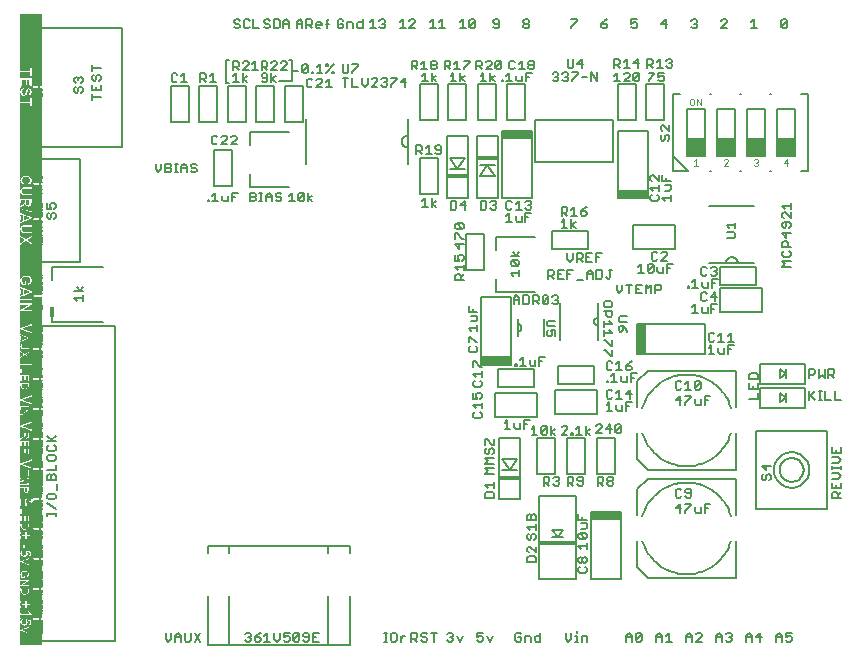
<source format=gto>
G75*
G70*
%OFA0B0*%
%FSLAX24Y24*%
%IPPOS*%
%LPD*%
%AMOC8*
5,1,8,0,0,1.08239X$1,22.5*
%
%ADD10C,0.0060*%
%ADD11R,0.0730X0.0010*%
%ADD12R,0.0240X0.0010*%
%ADD13R,0.0460X0.0010*%
%ADD14R,0.0210X0.0010*%
%ADD15R,0.0180X0.0010*%
%ADD16R,0.0160X0.0010*%
%ADD17R,0.0130X0.0010*%
%ADD18R,0.0470X0.0010*%
%ADD19R,0.0100X0.0010*%
%ADD20R,0.0500X0.0010*%
%ADD21R,0.0070X0.0010*%
%ADD22R,0.0530X0.0010*%
%ADD23R,0.0050X0.0010*%
%ADD24R,0.0560X0.0010*%
%ADD25R,0.0020X0.0010*%
%ADD26R,0.0590X0.0010*%
%ADD27R,0.0630X0.0010*%
%ADD28R,0.0660X0.0010*%
%ADD29R,0.0640X0.0010*%
%ADD30R,0.0610X0.0010*%
%ADD31R,0.0580X0.0010*%
%ADD32R,0.0550X0.0010*%
%ADD33R,0.0080X0.0010*%
%ADD34R,0.0520X0.0010*%
%ADD35R,0.0490X0.0010*%
%ADD36R,0.0190X0.0010*%
%ADD37R,0.0220X0.0010*%
%ADD38R,0.0110X0.0010*%
%ADD39R,0.0060X0.0010*%
%ADD40R,0.0370X0.0010*%
%ADD41R,0.0040X0.0010*%
%ADD42R,0.0090X0.0010*%
%ADD43R,0.0030X0.0010*%
%ADD44R,0.0010X0.0010*%
%ADD45R,0.0120X0.0010*%
%ADD46R,0.0140X0.0010*%
%ADD47R,0.0150X0.0010*%
%ADD48R,0.0320X0.0010*%
%ADD49R,0.0410X0.0010*%
%ADD50R,0.0420X0.0010*%
%ADD51R,0.0440X0.0010*%
%ADD52R,0.0360X0.0010*%
%ADD53R,0.0380X0.0010*%
%ADD54R,0.0270X0.0010*%
%ADD55R,0.0390X0.0010*%
%ADD56R,0.0260X0.0010*%
%ADD57R,0.0250X0.0010*%
%ADD58R,0.0430X0.0010*%
%ADD59R,0.0230X0.0010*%
%ADD60R,0.0450X0.0010*%
%ADD61R,0.0480X0.0010*%
%ADD62R,0.0170X0.0010*%
%ADD63R,0.0200X0.0010*%
%ADD64R,0.0620X0.0010*%
%ADD65R,0.0540X0.0010*%
%ADD66R,0.0510X0.0010*%
%ADD67R,0.0570X0.0010*%
%ADD68R,0.0600X0.0010*%
%ADD69R,0.0690X0.0010*%
%ADD70R,0.0350X0.0010*%
%ADD71R,0.0340X0.0010*%
%ADD72R,0.0330X0.0010*%
%ADD73R,0.0310X0.0010*%
%ADD74R,0.0300X0.0010*%
%ADD75R,0.0290X0.0010*%
%ADD76R,0.0280X0.0010*%
%ADD77R,0.0400X0.0010*%
%ADD78R,0.0650X0.0010*%
%ADD79R,0.0710X0.0010*%
%ADD80R,0.0680X0.0010*%
%ADD81R,0.0670X0.0010*%
%ADD82R,0.0720X0.0010*%
%ADD83R,0.0700X0.0010*%
%ADD84C,0.0080*%
%ADD85R,0.0128X0.0354*%
%ADD86C,0.0050*%
%ADD87R,0.1250X0.0125*%
%ADD88R,0.1000X0.0250*%
%ADD89R,0.0250X0.1000*%
%ADD90C,0.0020*%
%ADD91R,0.0591X0.0591*%
%ADD92R,0.0750X0.0125*%
D10*
X006301Y000727D02*
X006398Y000630D01*
X006495Y000727D01*
X006495Y000920D01*
X006624Y000823D02*
X006720Y000920D01*
X006817Y000823D01*
X006817Y000630D01*
X006946Y000678D02*
X006994Y000630D01*
X007091Y000630D01*
X007140Y000678D01*
X007140Y000920D01*
X007268Y000920D02*
X007462Y000630D01*
X007268Y000630D02*
X007462Y000920D01*
X006946Y000920D02*
X006946Y000678D01*
X006817Y000775D02*
X006624Y000775D01*
X006624Y000823D02*
X006624Y000630D01*
X006301Y000727D02*
X006301Y000920D01*
X008951Y000872D02*
X009000Y000920D01*
X009097Y000920D01*
X009145Y000872D01*
X009145Y000823D01*
X009097Y000775D01*
X009145Y000727D01*
X009145Y000678D01*
X009097Y000630D01*
X009000Y000630D01*
X008951Y000678D01*
X009048Y000775D02*
X009097Y000775D01*
X009274Y000775D02*
X009370Y000872D01*
X009467Y000920D01*
X009419Y000775D02*
X009274Y000775D01*
X009274Y000678D01*
X009322Y000630D01*
X009419Y000630D01*
X009467Y000678D01*
X009467Y000727D01*
X009419Y000775D01*
X009596Y000823D02*
X009693Y000920D01*
X009693Y000630D01*
X009596Y000630D02*
X009790Y000630D01*
X009918Y000727D02*
X010015Y000630D01*
X010112Y000727D01*
X010112Y000920D01*
X010241Y000920D02*
X010241Y000775D01*
X010337Y000823D01*
X010386Y000823D01*
X010434Y000775D01*
X010434Y000678D01*
X010386Y000630D01*
X010289Y000630D01*
X010241Y000678D01*
X010241Y000920D02*
X010434Y000920D01*
X010563Y000872D02*
X010611Y000920D01*
X010708Y000920D01*
X010756Y000872D01*
X010563Y000678D01*
X010611Y000630D01*
X010708Y000630D01*
X010756Y000678D01*
X010756Y000872D01*
X010885Y000872D02*
X010885Y000823D01*
X010933Y000775D01*
X011079Y000775D01*
X011079Y000678D02*
X011079Y000872D01*
X011030Y000920D01*
X010933Y000920D01*
X010885Y000872D01*
X010885Y000678D02*
X010933Y000630D01*
X011030Y000630D01*
X011079Y000678D01*
X011207Y000630D02*
X011401Y000630D01*
X011304Y000775D02*
X011207Y000775D01*
X011207Y000920D02*
X011207Y000630D01*
X011207Y000920D02*
X011401Y000920D01*
X010563Y000872D02*
X010563Y000678D01*
X009918Y000727D02*
X009918Y000920D01*
X013597Y000920D02*
X013694Y000920D01*
X013646Y000920D02*
X013646Y000630D01*
X013694Y000630D02*
X013597Y000630D01*
X013812Y000678D02*
X013861Y000630D01*
X013957Y000630D01*
X014006Y000678D01*
X014006Y000872D01*
X013957Y000920D01*
X013861Y000920D01*
X013812Y000872D01*
X013812Y000678D01*
X014135Y000630D02*
X014135Y000823D01*
X014135Y000727D02*
X014231Y000823D01*
X014280Y000823D01*
X014497Y000727D02*
X014643Y000727D01*
X014691Y000775D01*
X014691Y000872D01*
X014643Y000920D01*
X014497Y000920D01*
X014497Y000630D01*
X014594Y000727D02*
X014691Y000630D01*
X014820Y000678D02*
X014868Y000630D01*
X014965Y000630D01*
X015013Y000678D01*
X015013Y000727D01*
X014965Y000775D01*
X014868Y000775D01*
X014820Y000823D01*
X014820Y000872D01*
X014868Y000920D01*
X014965Y000920D01*
X015013Y000872D01*
X015142Y000920D02*
X015336Y000920D01*
X015239Y000920D02*
X015239Y000630D01*
X015683Y000678D02*
X015732Y000630D01*
X015829Y000630D01*
X015877Y000678D01*
X015877Y000727D01*
X015829Y000775D01*
X015780Y000775D01*
X015829Y000775D02*
X015877Y000823D01*
X015877Y000872D01*
X015829Y000920D01*
X015732Y000920D01*
X015683Y000872D01*
X016006Y000823D02*
X016102Y000630D01*
X016199Y000823D01*
X016683Y000775D02*
X016780Y000823D01*
X016829Y000823D01*
X016877Y000775D01*
X016877Y000678D01*
X016829Y000630D01*
X016732Y000630D01*
X016683Y000678D01*
X016683Y000775D02*
X016683Y000920D01*
X016877Y000920D01*
X017006Y000823D02*
X017102Y000630D01*
X017199Y000823D01*
X017955Y000872D02*
X017955Y000678D01*
X018004Y000630D01*
X018101Y000630D01*
X018149Y000678D01*
X018149Y000775D01*
X018052Y000775D01*
X017955Y000872D02*
X018004Y000920D01*
X018101Y000920D01*
X018149Y000872D01*
X018278Y000823D02*
X018423Y000823D01*
X018471Y000775D01*
X018471Y000630D01*
X018600Y000678D02*
X018648Y000630D01*
X018793Y000630D01*
X018793Y000920D01*
X018793Y000823D02*
X018648Y000823D01*
X018600Y000775D01*
X018600Y000678D01*
X018278Y000630D02*
X018278Y000823D01*
X019633Y000727D02*
X019730Y000630D01*
X019827Y000727D01*
X019827Y000920D01*
X019956Y000823D02*
X020004Y000823D01*
X020004Y000630D01*
X019956Y000630D02*
X020052Y000630D01*
X020171Y000630D02*
X020171Y000823D01*
X020316Y000823D01*
X020364Y000775D01*
X020364Y000630D01*
X020004Y000920D02*
X020004Y000969D01*
X019633Y000920D02*
X019633Y000727D01*
X021651Y000775D02*
X021845Y000775D01*
X021845Y000823D02*
X021845Y000630D01*
X021974Y000678D02*
X022167Y000872D01*
X022167Y000678D01*
X022119Y000630D01*
X022022Y000630D01*
X021974Y000678D01*
X021974Y000872D01*
X022022Y000920D01*
X022119Y000920D01*
X022167Y000872D01*
X021845Y000823D02*
X021748Y000920D01*
X021651Y000823D01*
X021651Y000630D01*
X022651Y000630D02*
X022651Y000823D01*
X022748Y000920D01*
X022845Y000823D01*
X022845Y000630D01*
X022974Y000630D02*
X023167Y000630D01*
X023070Y000630D02*
X023070Y000920D01*
X022974Y000823D01*
X022845Y000775D02*
X022651Y000775D01*
X023651Y000775D02*
X023845Y000775D01*
X023845Y000823D02*
X023845Y000630D01*
X023974Y000630D02*
X024167Y000823D01*
X024167Y000872D01*
X024119Y000920D01*
X024022Y000920D01*
X023974Y000872D01*
X023845Y000823D02*
X023748Y000920D01*
X023651Y000823D01*
X023651Y000630D01*
X023974Y000630D02*
X024167Y000630D01*
X024651Y000630D02*
X024651Y000823D01*
X024748Y000920D01*
X024845Y000823D01*
X024845Y000630D01*
X024974Y000678D02*
X025022Y000630D01*
X025119Y000630D01*
X025167Y000678D01*
X025167Y000727D01*
X025119Y000775D01*
X025070Y000775D01*
X025119Y000775D02*
X025167Y000823D01*
X025167Y000872D01*
X025119Y000920D01*
X025022Y000920D01*
X024974Y000872D01*
X024845Y000775D02*
X024651Y000775D01*
X025651Y000775D02*
X025845Y000775D01*
X025845Y000823D02*
X025845Y000630D01*
X025845Y000823D02*
X025748Y000920D01*
X025651Y000823D01*
X025651Y000630D01*
X025974Y000775D02*
X026167Y000775D01*
X026119Y000630D02*
X026119Y000920D01*
X025974Y000775D01*
X026651Y000775D02*
X026845Y000775D01*
X026845Y000823D02*
X026845Y000630D01*
X026974Y000678D02*
X027022Y000630D01*
X027119Y000630D01*
X027167Y000678D01*
X027167Y000775D01*
X027119Y000823D01*
X027070Y000823D01*
X026974Y000775D01*
X026974Y000920D01*
X027167Y000920D01*
X026845Y000823D02*
X026748Y000920D01*
X026651Y000823D01*
X026651Y000630D01*
X024268Y004930D02*
X024268Y005220D01*
X024462Y005220D01*
X024365Y005075D02*
X024268Y005075D01*
X024140Y005123D02*
X024140Y004930D01*
X023994Y004930D01*
X023946Y004978D01*
X023946Y005123D01*
X023817Y005172D02*
X023624Y004978D01*
X023624Y004930D01*
X023447Y004930D02*
X023447Y005220D01*
X023301Y005075D01*
X023495Y005075D01*
X023624Y005220D02*
X023817Y005220D01*
X023817Y005172D01*
X023769Y005430D02*
X023672Y005430D01*
X023624Y005478D01*
X023672Y005575D02*
X023817Y005575D01*
X023817Y005478D02*
X023817Y005672D01*
X023769Y005720D01*
X023672Y005720D01*
X023624Y005672D01*
X023624Y005623D01*
X023672Y005575D01*
X023769Y005430D02*
X023817Y005478D01*
X023495Y005478D02*
X023447Y005430D01*
X023350Y005430D01*
X023301Y005478D01*
X023301Y005672D01*
X023350Y005720D01*
X023447Y005720D01*
X023495Y005672D01*
X021217Y005878D02*
X021169Y005830D01*
X021072Y005830D01*
X021024Y005878D01*
X021024Y005927D01*
X021072Y005975D01*
X021169Y005975D01*
X021217Y005927D01*
X021217Y005878D01*
X021169Y005975D02*
X021217Y006023D01*
X021217Y006072D01*
X021169Y006120D01*
X021072Y006120D01*
X021024Y006072D01*
X021024Y006023D01*
X021072Y005975D01*
X020895Y005975D02*
X020847Y005927D01*
X020701Y005927D01*
X020701Y005830D02*
X020701Y006120D01*
X020847Y006120D01*
X020895Y006072D01*
X020895Y005975D01*
X020798Y005927D02*
X020895Y005830D01*
X020217Y005878D02*
X020169Y005830D01*
X020072Y005830D01*
X020024Y005878D01*
X020072Y005975D02*
X020217Y005975D01*
X020217Y005878D02*
X020217Y006072D01*
X020169Y006120D01*
X020072Y006120D01*
X020024Y006072D01*
X020024Y006023D01*
X020072Y005975D01*
X019895Y005975D02*
X019847Y005927D01*
X019701Y005927D01*
X019701Y005830D02*
X019701Y006120D01*
X019847Y006120D01*
X019895Y006072D01*
X019895Y005975D01*
X019798Y005927D02*
X019895Y005830D01*
X019417Y005878D02*
X019369Y005830D01*
X019272Y005830D01*
X019224Y005878D01*
X019320Y005975D02*
X019369Y005975D01*
X019417Y005927D01*
X019417Y005878D01*
X019369Y005975D02*
X019417Y006023D01*
X019417Y006072D01*
X019369Y006120D01*
X019272Y006120D01*
X019224Y006072D01*
X019095Y006072D02*
X019095Y005975D01*
X019047Y005927D01*
X018901Y005927D01*
X018901Y005830D02*
X018901Y006120D01*
X019047Y006120D01*
X019095Y006072D01*
X018998Y005927D02*
X019095Y005830D01*
X018593Y004868D02*
X018641Y004820D01*
X018641Y004675D01*
X018351Y004675D01*
X018351Y004820D01*
X018400Y004868D01*
X018448Y004868D01*
X018496Y004820D01*
X018496Y004675D01*
X018496Y004820D02*
X018545Y004868D01*
X018593Y004868D01*
X018641Y004546D02*
X018641Y004352D01*
X018641Y004449D02*
X018351Y004449D01*
X018448Y004352D01*
X018400Y004223D02*
X018351Y004175D01*
X018351Y004078D01*
X018400Y004030D01*
X018448Y004030D01*
X018496Y004078D01*
X018496Y004175D01*
X018545Y004223D01*
X018593Y004223D01*
X018641Y004175D01*
X018641Y004078D01*
X018593Y004030D01*
X018641Y003796D02*
X018641Y003602D01*
X018448Y003796D01*
X018400Y003796D01*
X018351Y003747D01*
X018351Y003651D01*
X018400Y003602D01*
X018400Y003473D02*
X018351Y003425D01*
X018351Y003280D01*
X018641Y003280D01*
X018641Y003425D01*
X018593Y003473D01*
X018400Y003473D01*
X020051Y003397D02*
X020100Y003446D01*
X020148Y003446D01*
X020196Y003397D01*
X020196Y003301D01*
X020148Y003252D01*
X020100Y003252D01*
X020051Y003301D01*
X020051Y003397D01*
X020196Y003397D02*
X020245Y003446D01*
X020293Y003446D01*
X020341Y003397D01*
X020341Y003301D01*
X020293Y003252D01*
X020245Y003252D01*
X020196Y003301D01*
X020100Y003123D02*
X020051Y003075D01*
X020051Y002978D01*
X020100Y002930D01*
X020293Y002930D01*
X020341Y002978D01*
X020341Y003075D01*
X020293Y003123D01*
X020341Y003730D02*
X020341Y003923D01*
X020341Y003827D02*
X020051Y003827D01*
X020148Y003730D01*
X020100Y004052D02*
X020051Y004101D01*
X020051Y004197D01*
X020100Y004246D01*
X020293Y004052D01*
X020341Y004101D01*
X020341Y004197D01*
X020293Y004246D01*
X020100Y004246D01*
X020148Y004375D02*
X020293Y004375D01*
X020341Y004423D01*
X020341Y004568D01*
X020148Y004568D01*
X020196Y004697D02*
X020196Y004794D01*
X020051Y004890D02*
X020051Y004697D01*
X020341Y004697D01*
X020293Y004052D02*
X020100Y004052D01*
X017241Y005430D02*
X017241Y005575D01*
X017193Y005623D01*
X017000Y005623D01*
X016951Y005575D01*
X016951Y005430D01*
X017241Y005430D01*
X017241Y005752D02*
X017241Y005946D01*
X017241Y005849D02*
X016951Y005849D01*
X017048Y005752D01*
X016951Y006230D02*
X017048Y006327D01*
X016951Y006423D01*
X017241Y006423D01*
X017241Y006552D02*
X016951Y006552D01*
X017048Y006649D01*
X016951Y006746D01*
X017241Y006746D01*
X017193Y006875D02*
X017241Y006923D01*
X017241Y007020D01*
X017193Y007068D01*
X017145Y007068D01*
X017096Y007020D01*
X017096Y006923D01*
X017048Y006875D01*
X017000Y006875D01*
X016951Y006923D01*
X016951Y007020D01*
X017000Y007068D01*
X016951Y007197D02*
X016951Y007390D01*
X017000Y007390D01*
X017193Y007197D01*
X017241Y007197D01*
X017241Y007390D01*
X017601Y007730D02*
X017795Y007730D01*
X017698Y007730D02*
X017698Y008020D01*
X017601Y007923D01*
X017924Y007923D02*
X017924Y007778D01*
X017972Y007730D01*
X018117Y007730D01*
X018117Y007923D01*
X018246Y007875D02*
X018343Y007875D01*
X018246Y008020D02*
X018440Y008020D01*
X018246Y008020D02*
X018246Y007730D01*
X018501Y007723D02*
X018598Y007820D01*
X018598Y007530D01*
X018501Y007530D02*
X018695Y007530D01*
X018824Y007578D02*
X019017Y007772D01*
X019017Y007578D01*
X018969Y007530D01*
X018872Y007530D01*
X018824Y007578D01*
X018824Y007772D01*
X018872Y007820D01*
X018969Y007820D01*
X019017Y007772D01*
X019146Y007820D02*
X019146Y007530D01*
X019146Y007627D02*
X019291Y007723D01*
X019146Y007627D02*
X019291Y007530D01*
X019501Y007530D02*
X019695Y007723D01*
X019695Y007772D01*
X019647Y007820D01*
X019550Y007820D01*
X019501Y007772D01*
X019501Y007530D02*
X019695Y007530D01*
X019824Y007530D02*
X019872Y007530D01*
X019872Y007578D01*
X019824Y007578D01*
X019824Y007530D01*
X019985Y007530D02*
X020178Y007530D01*
X020082Y007530D02*
X020082Y007820D01*
X019985Y007723D01*
X020307Y007627D02*
X020452Y007530D01*
X020307Y007530D02*
X020307Y007820D01*
X020452Y007723D02*
X020307Y007627D01*
X020651Y007580D02*
X020845Y007773D01*
X020845Y007822D01*
X020797Y007870D01*
X020700Y007870D01*
X020651Y007822D01*
X020974Y007725D02*
X021167Y007725D01*
X021119Y007580D02*
X021119Y007870D01*
X020974Y007725D01*
X020845Y007580D02*
X020651Y007580D01*
X021296Y007628D02*
X021296Y007822D01*
X021344Y007870D01*
X021441Y007870D01*
X021490Y007822D01*
X021296Y007628D01*
X021344Y007580D01*
X021441Y007580D01*
X021490Y007628D01*
X021490Y007822D01*
X021517Y008330D02*
X021517Y008523D01*
X021646Y008475D02*
X021743Y008475D01*
X021646Y008620D02*
X021840Y008620D01*
X021791Y008730D02*
X021791Y009020D01*
X021646Y008875D01*
X021840Y008875D01*
X021646Y008620D02*
X021646Y008330D01*
X021517Y008330D02*
X021372Y008330D01*
X021324Y008378D01*
X021324Y008523D01*
X021324Y008730D02*
X021517Y008730D01*
X021420Y008730D02*
X021420Y009020D01*
X021324Y008923D01*
X021195Y008972D02*
X021147Y009020D01*
X021050Y009020D01*
X021001Y008972D01*
X021001Y008778D01*
X021050Y008730D01*
X021147Y008730D01*
X021195Y008778D01*
X021098Y008620D02*
X021001Y008523D01*
X021098Y008620D02*
X021098Y008330D01*
X021001Y008330D02*
X021195Y008330D01*
X021163Y009280D02*
X021356Y009280D01*
X021259Y009280D02*
X021259Y009570D01*
X021163Y009473D01*
X021050Y009328D02*
X021050Y009280D01*
X021001Y009280D01*
X021001Y009328D01*
X021050Y009328D01*
X021050Y009680D02*
X021147Y009680D01*
X021195Y009728D01*
X021324Y009680D02*
X021517Y009680D01*
X021420Y009680D02*
X021420Y009970D01*
X021324Y009873D01*
X021195Y009922D02*
X021147Y009970D01*
X021050Y009970D01*
X021001Y009922D01*
X021001Y009728D01*
X021050Y009680D01*
X021485Y009473D02*
X021485Y009328D01*
X021533Y009280D01*
X021678Y009280D01*
X021678Y009473D01*
X021807Y009425D02*
X021904Y009425D01*
X021807Y009280D02*
X021807Y009570D01*
X022001Y009570D01*
X021840Y009728D02*
X021840Y009777D01*
X021791Y009825D01*
X021646Y009825D01*
X021646Y009728D01*
X021694Y009680D01*
X021791Y009680D01*
X021840Y009728D01*
X021743Y009922D02*
X021646Y009825D01*
X021743Y009922D02*
X021840Y009970D01*
X021192Y010165D02*
X021192Y010359D01*
X021192Y010487D02*
X021143Y010487D01*
X020950Y010681D01*
X020901Y010681D01*
X020901Y010810D02*
X020901Y011003D01*
X020901Y010906D02*
X021192Y010906D01*
X021095Y011003D01*
X020901Y011132D02*
X020901Y011325D01*
X020901Y011229D02*
X021192Y011229D01*
X021095Y011325D01*
X021143Y011454D02*
X021047Y011454D01*
X020998Y011503D01*
X020998Y011648D01*
X020901Y011648D02*
X021192Y011648D01*
X021192Y011503D01*
X021143Y011454D01*
X021401Y011422D02*
X021401Y011325D01*
X021450Y011277D01*
X021692Y011277D01*
X021692Y011470D02*
X021450Y011470D01*
X021401Y011422D01*
X021450Y011148D02*
X021401Y011099D01*
X021401Y011003D01*
X021450Y010954D01*
X021498Y010954D01*
X021547Y011003D01*
X021547Y011148D01*
X021450Y011148D01*
X021547Y011148D02*
X021643Y011051D01*
X021692Y010954D01*
X021192Y010681D02*
X021192Y010487D01*
X020950Y010359D02*
X020901Y010359D01*
X020950Y010359D02*
X021143Y010165D01*
X021192Y010165D01*
X020701Y010670D02*
X020701Y011180D01*
X020701Y011420D01*
X020701Y011930D01*
X020901Y011922D02*
X020950Y011970D01*
X021143Y011970D01*
X021192Y011922D01*
X021192Y011825D01*
X021143Y011777D01*
X020950Y011777D01*
X020901Y011825D01*
X020901Y011922D01*
X021333Y012334D02*
X021430Y012238D01*
X021527Y012334D01*
X021527Y012528D01*
X021656Y012528D02*
X021849Y012528D01*
X021752Y012528D02*
X021752Y012238D01*
X021978Y012238D02*
X021978Y012528D01*
X022171Y012528D01*
X022300Y012528D02*
X022300Y012238D01*
X022171Y012238D02*
X021978Y012238D01*
X021978Y012383D02*
X022075Y012383D01*
X022300Y012528D02*
X022397Y012431D01*
X022494Y012528D01*
X022494Y012238D01*
X022622Y012238D02*
X022622Y012528D01*
X022768Y012528D01*
X022816Y012479D01*
X022816Y012383D01*
X022768Y012334D01*
X022622Y012334D01*
X022519Y012930D02*
X022422Y012930D01*
X022374Y012978D01*
X022567Y013172D01*
X022567Y012978D01*
X022519Y012930D01*
X022374Y012978D02*
X022374Y013172D01*
X022422Y013220D01*
X022519Y013220D01*
X022567Y013172D01*
X022696Y013123D02*
X022696Y012978D01*
X022744Y012930D01*
X022890Y012930D01*
X022890Y013123D01*
X023018Y013075D02*
X023115Y013075D01*
X023018Y012930D02*
X023018Y013220D01*
X023212Y013220D01*
X023017Y013330D02*
X022824Y013330D01*
X023017Y013523D01*
X023017Y013572D01*
X022969Y013620D01*
X022872Y013620D01*
X022824Y013572D01*
X022695Y013572D02*
X022647Y013620D01*
X022550Y013620D01*
X022501Y013572D01*
X022501Y013378D01*
X022550Y013330D01*
X022647Y013330D01*
X022695Y013378D01*
X022148Y013220D02*
X022148Y012930D01*
X022051Y012930D02*
X022245Y012930D01*
X022051Y013123D02*
X022148Y013220D01*
X021179Y013020D02*
X021082Y013020D01*
X021130Y013020D02*
X021130Y012778D01*
X021082Y012730D01*
X021033Y012730D01*
X020985Y012778D01*
X020856Y012778D02*
X020856Y012972D01*
X020808Y013020D01*
X020663Y013020D01*
X020663Y012730D01*
X020808Y012730D01*
X020856Y012778D01*
X020534Y012730D02*
X020534Y012923D01*
X020437Y013020D01*
X020341Y012923D01*
X020341Y012730D01*
X020212Y012682D02*
X020018Y012682D01*
X019793Y012875D02*
X019696Y012875D01*
X019696Y012730D02*
X019696Y013020D01*
X019890Y013020D01*
X019780Y013288D02*
X019877Y013384D01*
X019877Y013578D01*
X020006Y013578D02*
X020151Y013578D01*
X020199Y013529D01*
X020199Y013433D01*
X020151Y013384D01*
X020006Y013384D01*
X020102Y013384D02*
X020199Y013288D01*
X020328Y013288D02*
X020521Y013288D01*
X020650Y013288D02*
X020650Y013578D01*
X020844Y013578D01*
X020747Y013433D02*
X020650Y013433D01*
X020521Y013578D02*
X020328Y013578D01*
X020328Y013288D01*
X020328Y013433D02*
X020425Y013433D01*
X020006Y013288D02*
X020006Y013578D01*
X019683Y013578D02*
X019683Y013384D01*
X019780Y013288D01*
X019567Y013020D02*
X019374Y013020D01*
X019374Y012730D01*
X019567Y012730D01*
X019470Y012875D02*
X019374Y012875D01*
X019245Y012875D02*
X019197Y012827D01*
X019051Y012827D01*
X019051Y012730D02*
X019051Y013020D01*
X019197Y013020D01*
X019245Y012972D01*
X019245Y012875D01*
X019148Y012827D02*
X019245Y012730D01*
X019239Y012170D02*
X019336Y012170D01*
X019384Y012122D01*
X019384Y012073D01*
X019336Y012025D01*
X019384Y011977D01*
X019384Y011928D01*
X019336Y011880D01*
X019239Y011880D01*
X019191Y011928D01*
X019062Y011928D02*
X019013Y011880D01*
X018917Y011880D01*
X018868Y011928D01*
X019062Y012122D01*
X019062Y011928D01*
X018868Y011928D02*
X018868Y012122D01*
X018917Y012170D01*
X019013Y012170D01*
X019062Y012122D01*
X019191Y012122D02*
X019239Y012170D01*
X019287Y012025D02*
X019336Y012025D01*
X019441Y011930D02*
X019441Y010670D01*
X019292Y010814D02*
X019292Y011008D01*
X019147Y011008D01*
X019195Y010911D01*
X019195Y010863D01*
X019147Y010814D01*
X019050Y010814D01*
X019001Y010863D01*
X019001Y010959D01*
X019050Y011008D01*
X019050Y011137D02*
X019292Y011137D01*
X019292Y011330D02*
X019050Y011330D01*
X019001Y011282D01*
X019001Y011185D01*
X019050Y011137D01*
X018740Y011880D02*
X018643Y011977D01*
X018691Y011977D02*
X018546Y011977D01*
X018546Y011880D02*
X018546Y012170D01*
X018691Y012170D01*
X018740Y012122D01*
X018740Y012025D01*
X018691Y011977D01*
X018417Y011928D02*
X018417Y012122D01*
X018369Y012170D01*
X018224Y012170D01*
X018224Y011880D01*
X018369Y011880D01*
X018417Y011928D01*
X018095Y011880D02*
X018095Y012073D01*
X017998Y012170D01*
X017901Y012073D01*
X017901Y011880D01*
X017901Y012025D02*
X018095Y012025D01*
X018091Y012830D02*
X018091Y013023D01*
X018091Y012927D02*
X017801Y012927D01*
X017898Y012830D01*
X017850Y013152D02*
X017801Y013201D01*
X017801Y013297D01*
X017850Y013346D01*
X018043Y013152D01*
X018091Y013201D01*
X018091Y013297D01*
X018043Y013346D01*
X017850Y013346D01*
X017801Y013475D02*
X018091Y013475D01*
X017995Y013475D02*
X018091Y013620D01*
X017995Y013475D02*
X017898Y013620D01*
X017850Y013152D02*
X018043Y013152D01*
X016241Y013196D02*
X016241Y013002D01*
X016241Y013099D02*
X015951Y013099D01*
X016048Y013002D01*
X016096Y012873D02*
X016145Y012825D01*
X016145Y012680D01*
X016241Y012680D02*
X015951Y012680D01*
X015951Y012825D01*
X016000Y012873D01*
X016096Y012873D01*
X016145Y012777D02*
X016241Y012873D01*
X016193Y013325D02*
X016241Y013373D01*
X016241Y013470D01*
X016193Y013518D01*
X016096Y013518D01*
X016048Y013470D01*
X016048Y013421D01*
X016096Y013325D01*
X015951Y013325D01*
X015951Y013518D01*
X016096Y013730D02*
X015951Y013875D01*
X016241Y013875D01*
X016096Y013923D02*
X016096Y013730D01*
X016193Y014052D02*
X016241Y014052D01*
X016193Y014052D02*
X016000Y014246D01*
X015951Y014246D01*
X015951Y014052D01*
X016000Y014375D02*
X015951Y014423D01*
X015951Y014520D01*
X016000Y014568D01*
X016193Y014375D01*
X016241Y014423D01*
X016241Y014520D01*
X016193Y014568D01*
X016000Y014568D01*
X016000Y014375D02*
X016193Y014375D01*
X016269Y015030D02*
X016269Y015320D01*
X016124Y015175D01*
X016317Y015175D01*
X016801Y015320D02*
X016801Y015030D01*
X016947Y015030D01*
X016995Y015078D01*
X016995Y015272D01*
X016947Y015320D01*
X016801Y015320D01*
X017124Y015272D02*
X017172Y015320D01*
X017269Y015320D01*
X017317Y015272D01*
X017317Y015223D01*
X017269Y015175D01*
X017317Y015127D01*
X017317Y015078D01*
X017269Y015030D01*
X017172Y015030D01*
X017124Y015078D01*
X017220Y015175D02*
X017269Y015175D01*
X017651Y015272D02*
X017651Y015078D01*
X017700Y015030D01*
X017797Y015030D01*
X017845Y015078D01*
X017974Y015030D02*
X018167Y015030D01*
X018070Y015030D02*
X018070Y015320D01*
X017974Y015223D01*
X017845Y015272D02*
X017797Y015320D01*
X017700Y015320D01*
X017651Y015272D01*
X017748Y014920D02*
X017748Y014630D01*
X017651Y014630D02*
X017845Y014630D01*
X017974Y014678D02*
X018022Y014630D01*
X018167Y014630D01*
X018167Y014823D01*
X018296Y014775D02*
X018393Y014775D01*
X018296Y014920D02*
X018490Y014920D01*
X018441Y015030D02*
X018344Y015030D01*
X018296Y015078D01*
X018393Y015175D02*
X018441Y015175D01*
X018490Y015127D01*
X018490Y015078D01*
X018441Y015030D01*
X018441Y015175D02*
X018490Y015223D01*
X018490Y015272D01*
X018441Y015320D01*
X018344Y015320D01*
X018296Y015272D01*
X018296Y014920D02*
X018296Y014630D01*
X017974Y014678D02*
X017974Y014823D01*
X017748Y014920D02*
X017651Y014823D01*
X015995Y015078D02*
X015995Y015272D01*
X015947Y015320D01*
X015801Y015320D01*
X015801Y015030D01*
X015947Y015030D01*
X015995Y015078D01*
X015319Y015130D02*
X015174Y015227D01*
X015319Y015323D01*
X015174Y015420D02*
X015174Y015130D01*
X015045Y015130D02*
X014851Y015130D01*
X014948Y015130D02*
X014948Y015420D01*
X014851Y015323D01*
X014366Y016552D02*
X014366Y017851D01*
X014366Y018048D01*
X014371Y017500D02*
X014344Y017498D01*
X014317Y017493D01*
X014291Y017483D01*
X014267Y017471D01*
X014245Y017455D01*
X014225Y017437D01*
X014208Y017415D01*
X014193Y017392D01*
X014183Y017367D01*
X014175Y017341D01*
X014171Y017314D01*
X014171Y017286D01*
X014175Y017259D01*
X014183Y017233D01*
X014193Y017208D01*
X014208Y017185D01*
X014225Y017163D01*
X014245Y017145D01*
X014267Y017129D01*
X014291Y017117D01*
X014317Y017107D01*
X014344Y017102D01*
X014371Y017100D01*
X014651Y017170D02*
X014651Y016880D01*
X014651Y016977D02*
X014797Y016977D01*
X014845Y017025D01*
X014845Y017122D01*
X014797Y017170D01*
X014651Y017170D01*
X014748Y016977D02*
X014845Y016880D01*
X014974Y016880D02*
X015167Y016880D01*
X015070Y016880D02*
X015070Y017170D01*
X014974Y017073D01*
X015296Y017073D02*
X015344Y017025D01*
X015490Y017025D01*
X015490Y016928D02*
X015490Y017122D01*
X015441Y017170D01*
X015344Y017170D01*
X015296Y017122D01*
X015296Y017073D01*
X015296Y016928D02*
X015344Y016880D01*
X015441Y016880D01*
X015490Y016928D01*
X015319Y019305D02*
X015174Y019402D01*
X015319Y019498D01*
X015174Y019595D02*
X015174Y019305D01*
X015045Y019305D02*
X014851Y019305D01*
X014948Y019305D02*
X014948Y019595D01*
X014851Y019498D01*
X014824Y019705D02*
X015017Y019705D01*
X014920Y019705D02*
X014920Y019995D01*
X014824Y019898D01*
X014695Y019850D02*
X014647Y019802D01*
X014501Y019802D01*
X014501Y019705D02*
X014501Y019995D01*
X014647Y019995D01*
X014695Y019947D01*
X014695Y019850D01*
X014598Y019802D02*
X014695Y019705D01*
X014280Y019420D02*
X014135Y019275D01*
X014329Y019275D01*
X014280Y019130D02*
X014280Y019420D01*
X014006Y019420D02*
X014006Y019372D01*
X013813Y019178D01*
X013813Y019130D01*
X013684Y019178D02*
X013636Y019130D01*
X013539Y019130D01*
X013491Y019178D01*
X013587Y019275D02*
X013636Y019275D01*
X013684Y019227D01*
X013684Y019178D01*
X013636Y019275D02*
X013684Y019323D01*
X013684Y019372D01*
X013636Y019420D01*
X013539Y019420D01*
X013491Y019372D01*
X013362Y019372D02*
X013313Y019420D01*
X013217Y019420D01*
X013168Y019372D01*
X013040Y019420D02*
X013040Y019227D01*
X012943Y019130D01*
X012846Y019227D01*
X012846Y019420D01*
X012717Y019130D02*
X012524Y019130D01*
X012524Y019420D01*
X012395Y019420D02*
X012201Y019420D01*
X012298Y019420D02*
X012298Y019130D01*
X012250Y019580D02*
X012347Y019580D01*
X012395Y019628D01*
X012395Y019870D01*
X012524Y019870D02*
X012717Y019870D01*
X012717Y019822D01*
X012524Y019628D01*
X012524Y019580D01*
X012250Y019580D02*
X012201Y019628D01*
X012201Y019870D01*
X011899Y019870D02*
X011657Y019580D01*
X011528Y019580D02*
X011335Y019580D01*
X011432Y019580D02*
X011432Y019870D01*
X011335Y019773D01*
X011222Y019628D02*
X011222Y019580D01*
X011174Y019580D01*
X011174Y019628D01*
X011222Y019628D01*
X011045Y019628D02*
X010997Y019580D01*
X010900Y019580D01*
X010851Y019628D01*
X011045Y019822D01*
X011045Y019628D01*
X010851Y019628D02*
X010851Y019822D01*
X010900Y019870D01*
X010997Y019870D01*
X011045Y019822D01*
X010721Y019650D02*
X010521Y019650D01*
X010521Y019300D01*
X010071Y019300D01*
X009969Y019280D02*
X009824Y019377D01*
X009969Y019473D01*
X009824Y019570D02*
X009824Y019280D01*
X009695Y019328D02*
X009695Y019522D01*
X009647Y019570D01*
X009550Y019570D01*
X009501Y019522D01*
X009501Y019473D01*
X009550Y019425D01*
X009695Y019425D01*
X009695Y019328D02*
X009647Y019280D01*
X009550Y019280D01*
X009501Y019328D01*
X009501Y019680D02*
X009501Y019970D01*
X009647Y019970D01*
X009695Y019922D01*
X009695Y019825D01*
X009647Y019777D01*
X009501Y019777D01*
X009598Y019777D02*
X009695Y019680D01*
X009824Y019680D02*
X010017Y019873D01*
X010017Y019922D01*
X009969Y019970D01*
X009872Y019970D01*
X009824Y019922D01*
X009824Y019680D02*
X010017Y019680D01*
X010146Y019680D02*
X010340Y019873D01*
X010340Y019922D01*
X010291Y019970D01*
X010194Y019970D01*
X010146Y019922D01*
X010146Y019680D02*
X010340Y019680D01*
X010521Y019650D02*
X010521Y020000D01*
X010421Y020000D01*
X011050Y019395D02*
X011001Y019347D01*
X011001Y019153D01*
X011050Y019105D01*
X011147Y019105D01*
X011195Y019153D01*
X011324Y019105D02*
X011517Y019298D01*
X011517Y019347D01*
X011469Y019395D01*
X011372Y019395D01*
X011324Y019347D01*
X011195Y019347D02*
X011147Y019395D01*
X011050Y019395D01*
X011324Y019105D02*
X011517Y019105D01*
X011646Y019105D02*
X011840Y019105D01*
X011743Y019105D02*
X011743Y019395D01*
X011646Y019298D01*
X011851Y019580D02*
X011899Y019580D01*
X011899Y019628D01*
X011851Y019628D01*
X011851Y019580D01*
X011706Y019822D02*
X011657Y019822D01*
X011657Y019870D01*
X011706Y019870D01*
X011706Y019822D01*
X013168Y019130D02*
X013362Y019323D01*
X013362Y019372D01*
X013362Y019130D02*
X013168Y019130D01*
X013813Y019420D02*
X014006Y019420D01*
X015146Y019753D02*
X015194Y019705D01*
X015291Y019705D01*
X015340Y019753D01*
X015340Y019802D01*
X015291Y019850D01*
X015194Y019850D01*
X015146Y019898D01*
X015146Y019947D01*
X015194Y019995D01*
X015291Y019995D01*
X015340Y019947D01*
X015340Y019898D01*
X015291Y019850D01*
X015194Y019850D02*
X015146Y019802D01*
X015146Y019753D01*
X015601Y019705D02*
X015601Y019995D01*
X015747Y019995D01*
X015795Y019947D01*
X015795Y019850D01*
X015747Y019802D01*
X015601Y019802D01*
X015698Y019802D02*
X015795Y019705D01*
X015924Y019705D02*
X016117Y019705D01*
X016020Y019705D02*
X016020Y019995D01*
X015924Y019898D01*
X015898Y019595D02*
X015898Y019305D01*
X015801Y019305D02*
X015995Y019305D01*
X016124Y019305D02*
X016124Y019595D01*
X016246Y019705D02*
X016246Y019753D01*
X016440Y019947D01*
X016440Y019995D01*
X016246Y019995D01*
X016651Y019995D02*
X016651Y019705D01*
X016651Y019802D02*
X016797Y019802D01*
X016845Y019850D01*
X016845Y019947D01*
X016797Y019995D01*
X016651Y019995D01*
X016748Y019802D02*
X016845Y019705D01*
X016898Y019595D02*
X016898Y019305D01*
X016801Y019305D02*
X016995Y019305D01*
X017124Y019305D02*
X017124Y019595D01*
X017167Y019705D02*
X016974Y019705D01*
X017167Y019898D01*
X017167Y019947D01*
X017119Y019995D01*
X017022Y019995D01*
X016974Y019947D01*
X017296Y019947D02*
X017344Y019995D01*
X017441Y019995D01*
X017490Y019947D01*
X017296Y019753D01*
X017344Y019705D01*
X017441Y019705D01*
X017490Y019753D01*
X017490Y019947D01*
X017296Y019947D02*
X017296Y019753D01*
X017663Y019498D02*
X017759Y019595D01*
X017759Y019305D01*
X017663Y019305D02*
X017856Y019305D01*
X017985Y019353D02*
X018033Y019305D01*
X018178Y019305D01*
X018178Y019498D01*
X018307Y019450D02*
X018404Y019450D01*
X018307Y019305D02*
X018307Y019595D01*
X018501Y019595D01*
X018541Y019705D02*
X018444Y019705D01*
X018396Y019753D01*
X018396Y019802D01*
X018444Y019850D01*
X018541Y019850D01*
X018590Y019802D01*
X018590Y019753D01*
X018541Y019705D01*
X018541Y019850D02*
X018590Y019898D01*
X018590Y019947D01*
X018541Y019995D01*
X018444Y019995D01*
X018396Y019947D01*
X018396Y019898D01*
X018444Y019850D01*
X018267Y019705D02*
X018074Y019705D01*
X018170Y019705D02*
X018170Y019995D01*
X018074Y019898D01*
X017945Y019947D02*
X017897Y019995D01*
X017800Y019995D01*
X017751Y019947D01*
X017751Y019753D01*
X017800Y019705D01*
X017897Y019705D01*
X017945Y019753D01*
X017985Y019498D02*
X017985Y019353D01*
X017550Y019353D02*
X017550Y019305D01*
X017501Y019305D01*
X017501Y019353D01*
X017550Y019353D01*
X017269Y019305D02*
X017124Y019402D01*
X017269Y019498D01*
X016898Y019595D02*
X016801Y019498D01*
X016269Y019498D02*
X016124Y019402D01*
X016269Y019305D01*
X015898Y019595D02*
X015801Y019498D01*
X015623Y021080D02*
X015429Y021080D01*
X015526Y021080D02*
X015526Y021370D01*
X015429Y021273D01*
X015300Y021080D02*
X015107Y021080D01*
X015204Y021080D02*
X015204Y021370D01*
X015107Y021273D01*
X014623Y021273D02*
X014623Y021322D01*
X014574Y021370D01*
X014478Y021370D01*
X014429Y021322D01*
X014623Y021273D02*
X014429Y021080D01*
X014623Y021080D01*
X014300Y021080D02*
X014107Y021080D01*
X014204Y021080D02*
X014204Y021370D01*
X014107Y021273D01*
X013623Y021273D02*
X013574Y021225D01*
X013623Y021177D01*
X013623Y021128D01*
X013574Y021080D01*
X013478Y021080D01*
X013429Y021128D01*
X013526Y021225D02*
X013574Y021225D01*
X013623Y021273D02*
X013623Y021322D01*
X013574Y021370D01*
X013478Y021370D01*
X013429Y021322D01*
X013204Y021370D02*
X013204Y021080D01*
X013300Y021080D02*
X013107Y021080D01*
X013107Y021273D02*
X013204Y021370D01*
X012873Y021370D02*
X012873Y021080D01*
X012728Y021080D01*
X012679Y021128D01*
X012679Y021225D01*
X012728Y021273D01*
X012873Y021273D01*
X012550Y021225D02*
X012550Y021080D01*
X012550Y021225D02*
X012502Y021273D01*
X012357Y021273D01*
X012357Y021080D01*
X012228Y021128D02*
X012228Y021225D01*
X012131Y021225D01*
X012035Y021128D02*
X012083Y021080D01*
X012180Y021080D01*
X012228Y021128D01*
X012035Y021128D02*
X012035Y021322D01*
X012083Y021370D01*
X012180Y021370D01*
X012228Y021322D01*
X011733Y021370D02*
X011685Y021322D01*
X011685Y021080D01*
X011637Y021225D02*
X011733Y021225D01*
X011508Y021225D02*
X011459Y021273D01*
X011363Y021273D01*
X011314Y021225D01*
X011314Y021128D01*
X011363Y021080D01*
X011459Y021080D01*
X011508Y021177D02*
X011314Y021177D01*
X011186Y021225D02*
X011186Y021322D01*
X011137Y021370D01*
X010992Y021370D01*
X010992Y021080D01*
X010992Y021177D02*
X011137Y021177D01*
X011186Y021225D01*
X011089Y021177D02*
X011186Y021080D01*
X010863Y021080D02*
X010863Y021273D01*
X010767Y021370D01*
X010670Y021273D01*
X010670Y021080D01*
X010670Y021225D02*
X010863Y021225D01*
X010423Y021225D02*
X010229Y021225D01*
X010229Y021273D02*
X010229Y021080D01*
X010100Y021128D02*
X010100Y021322D01*
X010052Y021370D01*
X009907Y021370D01*
X009907Y021080D01*
X010052Y021080D01*
X010100Y021128D01*
X010229Y021273D02*
X010326Y021370D01*
X010423Y021273D01*
X010423Y021080D01*
X009778Y021128D02*
X009730Y021080D01*
X009633Y021080D01*
X009585Y021128D01*
X009633Y021225D02*
X009730Y021225D01*
X009778Y021177D01*
X009778Y021128D01*
X009633Y021225D02*
X009585Y021273D01*
X009585Y021322D01*
X009633Y021370D01*
X009730Y021370D01*
X009778Y021322D01*
X009423Y021080D02*
X009229Y021080D01*
X009229Y021370D01*
X009100Y021322D02*
X009052Y021370D01*
X008955Y021370D01*
X008907Y021322D01*
X008907Y021128D01*
X008955Y021080D01*
X009052Y021080D01*
X009100Y021128D01*
X008778Y021128D02*
X008730Y021080D01*
X008633Y021080D01*
X008585Y021128D01*
X008633Y021225D02*
X008585Y021273D01*
X008585Y021322D01*
X008633Y021370D01*
X008730Y021370D01*
X008778Y021322D01*
X008730Y021225D02*
X008778Y021177D01*
X008778Y021128D01*
X008730Y021225D02*
X008633Y021225D01*
X008421Y020000D02*
X008321Y020000D01*
X008321Y019250D01*
X008421Y019250D01*
X008551Y019280D02*
X008745Y019280D01*
X008648Y019280D02*
X008648Y019570D01*
X008551Y019473D01*
X008551Y019680D02*
X008551Y019970D01*
X008697Y019970D01*
X008745Y019922D01*
X008745Y019825D01*
X008697Y019777D01*
X008551Y019777D01*
X008648Y019777D02*
X008745Y019680D01*
X008874Y019680D02*
X009067Y019873D01*
X009067Y019922D01*
X009019Y019970D01*
X008922Y019970D01*
X008874Y019922D01*
X008874Y019680D02*
X009067Y019680D01*
X009196Y019680D02*
X009390Y019680D01*
X009293Y019680D02*
X009293Y019970D01*
X009196Y019873D01*
X009019Y019473D02*
X008874Y019377D01*
X009019Y019280D01*
X008874Y019280D02*
X008874Y019570D01*
X007967Y019280D02*
X007774Y019280D01*
X007870Y019280D02*
X007870Y019570D01*
X007774Y019473D01*
X007645Y019425D02*
X007597Y019377D01*
X007451Y019377D01*
X007451Y019280D02*
X007451Y019570D01*
X007597Y019570D01*
X007645Y019522D01*
X007645Y019425D01*
X007548Y019377D02*
X007645Y019280D01*
X007017Y019280D02*
X006824Y019280D01*
X006920Y019280D02*
X006920Y019570D01*
X006824Y019473D01*
X006695Y019522D02*
X006647Y019570D01*
X006550Y019570D01*
X006501Y019522D01*
X006501Y019328D01*
X006550Y019280D01*
X006647Y019280D01*
X006695Y019328D01*
X007883Y017495D02*
X007835Y017447D01*
X007835Y017253D01*
X007883Y017205D01*
X007980Y017205D01*
X008028Y017253D01*
X008157Y017205D02*
X008350Y017398D01*
X008350Y017447D01*
X008302Y017495D01*
X008205Y017495D01*
X008157Y017447D01*
X008028Y017447D02*
X007980Y017495D01*
X007883Y017495D01*
X008157Y017205D02*
X008350Y017205D01*
X008479Y017205D02*
X008673Y017398D01*
X008673Y017447D01*
X008624Y017495D01*
X008528Y017495D01*
X008479Y017447D01*
X008479Y017205D02*
X008673Y017205D01*
X007341Y016514D02*
X007292Y016563D01*
X007196Y016563D01*
X007147Y016514D01*
X007147Y016466D01*
X007196Y016418D01*
X007292Y016418D01*
X007341Y016369D01*
X007341Y016321D01*
X007292Y016272D01*
X007196Y016272D01*
X007147Y016321D01*
X007019Y016272D02*
X007019Y016466D01*
X006922Y016563D01*
X006825Y016466D01*
X006825Y016272D01*
X006707Y016272D02*
X006610Y016272D01*
X006659Y016272D02*
X006659Y016563D01*
X006707Y016563D02*
X006610Y016563D01*
X006481Y016514D02*
X006481Y016466D01*
X006433Y016418D01*
X006288Y016418D01*
X006159Y016369D02*
X006062Y016272D01*
X005966Y016369D01*
X005966Y016563D01*
X006159Y016563D02*
X006159Y016369D01*
X006288Y016272D02*
X006433Y016272D01*
X006481Y016321D01*
X006481Y016369D01*
X006433Y016418D01*
X006481Y016514D02*
X006433Y016563D01*
X006288Y016563D01*
X006288Y016272D01*
X006825Y016418D02*
X007019Y016418D01*
X007863Y015498D02*
X007959Y015595D01*
X007959Y015305D01*
X007863Y015305D02*
X008056Y015305D01*
X008185Y015353D02*
X008233Y015305D01*
X008378Y015305D01*
X008378Y015498D01*
X008507Y015450D02*
X008604Y015450D01*
X008507Y015305D02*
X008507Y015595D01*
X008701Y015595D01*
X009107Y015593D02*
X009107Y015303D01*
X009252Y015303D01*
X009300Y015351D01*
X009300Y015400D01*
X009252Y015448D01*
X009107Y015448D01*
X009252Y015448D02*
X009300Y015496D01*
X009300Y015545D01*
X009252Y015593D01*
X009107Y015593D01*
X009429Y015593D02*
X009526Y015593D01*
X009477Y015593D02*
X009477Y015303D01*
X009429Y015303D02*
X009526Y015303D01*
X009644Y015303D02*
X009644Y015496D01*
X009740Y015593D01*
X009837Y015496D01*
X009837Y015303D01*
X009966Y015351D02*
X010014Y015303D01*
X010111Y015303D01*
X010159Y015351D01*
X010159Y015400D01*
X010111Y015448D01*
X010014Y015448D01*
X009966Y015496D01*
X009966Y015545D01*
X010014Y015593D01*
X010111Y015593D01*
X010159Y015545D01*
X010407Y015498D02*
X010503Y015595D01*
X010503Y015304D01*
X010407Y015304D02*
X010600Y015304D01*
X010729Y015353D02*
X010922Y015546D01*
X010922Y015353D01*
X010874Y015304D01*
X010777Y015304D01*
X010729Y015353D01*
X010729Y015546D01*
X010777Y015595D01*
X010874Y015595D01*
X010922Y015546D01*
X011051Y015595D02*
X011051Y015304D01*
X011051Y015401D02*
X011196Y015498D01*
X011051Y015401D02*
X011196Y015304D01*
X009837Y015448D02*
X009644Y015448D01*
X008185Y015498D02*
X008185Y015353D01*
X007750Y015353D02*
X007750Y015305D01*
X007701Y015305D01*
X007701Y015353D01*
X007750Y015353D01*
X010977Y016552D02*
X010977Y017851D01*
X010977Y018048D01*
X011508Y021177D02*
X011508Y021225D01*
X016107Y021273D02*
X016204Y021370D01*
X016204Y021080D01*
X016300Y021080D02*
X016107Y021080D01*
X016429Y021128D02*
X016429Y021322D01*
X016478Y021370D01*
X016574Y021370D01*
X016623Y021322D01*
X016429Y021128D01*
X016478Y021080D01*
X016574Y021080D01*
X016623Y021128D01*
X016623Y021322D01*
X017229Y021322D02*
X017229Y021273D01*
X017278Y021225D01*
X017423Y021225D01*
X017423Y021128D02*
X017423Y021322D01*
X017374Y021370D01*
X017278Y021370D01*
X017229Y021322D01*
X017229Y021128D02*
X017278Y021080D01*
X017374Y021080D01*
X017423Y021128D01*
X018229Y021128D02*
X018229Y021177D01*
X018278Y021225D01*
X018374Y021225D01*
X018423Y021177D01*
X018423Y021128D01*
X018374Y021080D01*
X018278Y021080D01*
X018229Y021128D01*
X018278Y021225D02*
X018229Y021273D01*
X018229Y021322D01*
X018278Y021370D01*
X018374Y021370D01*
X018423Y021322D01*
X018423Y021273D01*
X018374Y021225D01*
X019829Y021128D02*
X019829Y021080D01*
X019829Y021128D02*
X020023Y021322D01*
X020023Y021370D01*
X019829Y021370D01*
X020829Y021225D02*
X020974Y021225D01*
X021023Y021177D01*
X021023Y021128D01*
X020974Y021080D01*
X020878Y021080D01*
X020829Y021128D01*
X020829Y021225D01*
X020926Y021322D01*
X021023Y021370D01*
X021829Y021370D02*
X021829Y021225D01*
X021926Y021273D01*
X021974Y021273D01*
X022023Y021225D01*
X022023Y021128D01*
X021974Y021080D01*
X021878Y021080D01*
X021829Y021128D01*
X021829Y021370D02*
X022023Y021370D01*
X022829Y021225D02*
X023023Y021225D01*
X022974Y021080D02*
X022974Y021370D01*
X022829Y021225D01*
X023829Y021128D02*
X023878Y021080D01*
X023974Y021080D01*
X024023Y021128D01*
X024023Y021177D01*
X023974Y021225D01*
X023926Y021225D01*
X023974Y021225D02*
X024023Y021273D01*
X024023Y021322D01*
X023974Y021370D01*
X023878Y021370D01*
X023829Y021322D01*
X024829Y021322D02*
X024878Y021370D01*
X024974Y021370D01*
X025023Y021322D01*
X025023Y021273D01*
X024829Y021080D01*
X025023Y021080D01*
X025829Y021080D02*
X026023Y021080D01*
X025926Y021080D02*
X025926Y021370D01*
X025829Y021273D01*
X026829Y021322D02*
X026829Y021128D01*
X027023Y021322D01*
X027023Y021128D01*
X026974Y021080D01*
X026878Y021080D01*
X026829Y021128D01*
X026829Y021322D02*
X026878Y021370D01*
X026974Y021370D01*
X027023Y021322D01*
X023190Y019997D02*
X023190Y019948D01*
X023141Y019900D01*
X023190Y019852D01*
X023190Y019803D01*
X023141Y019755D01*
X023044Y019755D01*
X022996Y019803D01*
X023093Y019900D02*
X023141Y019900D01*
X023190Y019997D02*
X023141Y020045D01*
X023044Y020045D01*
X022996Y019997D01*
X022770Y020045D02*
X022770Y019755D01*
X022674Y019755D02*
X022867Y019755D01*
X022917Y019595D02*
X022724Y019595D01*
X022724Y019450D01*
X022820Y019498D01*
X022869Y019498D01*
X022917Y019450D01*
X022917Y019353D01*
X022869Y019305D01*
X022772Y019305D01*
X022724Y019353D01*
X022595Y019547D02*
X022401Y019353D01*
X022401Y019305D01*
X022090Y019353D02*
X022041Y019305D01*
X021944Y019305D01*
X021896Y019353D01*
X022090Y019547D01*
X022090Y019353D01*
X022090Y019547D02*
X022041Y019595D01*
X021944Y019595D01*
X021896Y019547D01*
X021896Y019353D01*
X021767Y019305D02*
X021574Y019305D01*
X021767Y019498D01*
X021767Y019547D01*
X021719Y019595D01*
X021622Y019595D01*
X021574Y019547D01*
X021574Y019755D02*
X021767Y019755D01*
X021670Y019755D02*
X021670Y020045D01*
X021574Y019948D01*
X021445Y019900D02*
X021397Y019852D01*
X021251Y019852D01*
X021251Y019755D02*
X021251Y020045D01*
X021397Y020045D01*
X021445Y019997D01*
X021445Y019900D01*
X021348Y019852D02*
X021445Y019755D01*
X021348Y019595D02*
X021348Y019305D01*
X021251Y019305D02*
X021445Y019305D01*
X021251Y019498D02*
X021348Y019595D01*
X021896Y019900D02*
X022090Y019900D01*
X022041Y019755D02*
X022041Y020045D01*
X021896Y019900D01*
X022351Y019852D02*
X022497Y019852D01*
X022545Y019900D01*
X022545Y019997D01*
X022497Y020045D01*
X022351Y020045D01*
X022351Y019755D01*
X022448Y019852D02*
X022545Y019755D01*
X022595Y019595D02*
X022401Y019595D01*
X022595Y019595D02*
X022595Y019547D01*
X022674Y019948D02*
X022770Y020045D01*
X020684Y019600D02*
X020684Y019310D01*
X020491Y019600D01*
X020491Y019310D01*
X020362Y019455D02*
X020168Y019455D01*
X020040Y019552D02*
X019846Y019358D01*
X019846Y019310D01*
X019717Y019358D02*
X019669Y019310D01*
X019572Y019310D01*
X019524Y019358D01*
X019395Y019358D02*
X019347Y019310D01*
X019250Y019310D01*
X019201Y019358D01*
X019298Y019455D02*
X019347Y019455D01*
X019395Y019407D01*
X019395Y019358D01*
X019347Y019455D02*
X019395Y019503D01*
X019395Y019552D01*
X019347Y019600D01*
X019250Y019600D01*
X019201Y019552D01*
X019524Y019552D02*
X019572Y019600D01*
X019669Y019600D01*
X019717Y019552D01*
X019717Y019503D01*
X019669Y019455D01*
X019717Y019407D01*
X019717Y019358D01*
X019669Y019455D02*
X019620Y019455D01*
X019846Y019600D02*
X020040Y019600D01*
X020040Y019552D01*
X020169Y019750D02*
X020169Y020040D01*
X020024Y019895D01*
X020217Y019895D01*
X019895Y019798D02*
X019895Y020040D01*
X019701Y020040D02*
X019701Y019798D01*
X019750Y019750D01*
X019847Y019750D01*
X019895Y019798D01*
X022801Y017797D02*
X022801Y017701D01*
X022850Y017652D01*
X022850Y017523D02*
X022801Y017475D01*
X022801Y017378D01*
X022850Y017330D01*
X022898Y017330D01*
X022946Y017378D01*
X022946Y017475D01*
X022995Y017523D01*
X023043Y017523D01*
X023091Y017475D01*
X023091Y017378D01*
X023043Y017330D01*
X023091Y017652D02*
X022898Y017846D01*
X022850Y017846D01*
X022801Y017797D01*
X023091Y017846D02*
X023091Y017652D01*
X022851Y016168D02*
X022851Y015975D01*
X023141Y015975D01*
X023141Y015846D02*
X022948Y015846D01*
X022996Y015975D02*
X022996Y016071D01*
X023141Y015846D02*
X023141Y015701D01*
X023093Y015652D01*
X022948Y015652D01*
X022741Y015652D02*
X022741Y015846D01*
X022741Y015749D02*
X022451Y015749D01*
X022548Y015652D01*
X022500Y015523D02*
X022451Y015475D01*
X022451Y015378D01*
X022500Y015330D01*
X022693Y015330D01*
X022741Y015378D01*
X022741Y015475D01*
X022693Y015523D01*
X022851Y015427D02*
X022948Y015330D01*
X022851Y015427D02*
X023141Y015427D01*
X023141Y015523D02*
X023141Y015330D01*
X022741Y015975D02*
X022548Y016168D01*
X022500Y016168D01*
X022451Y016120D01*
X022451Y016023D01*
X022500Y015975D01*
X022741Y015975D02*
X022741Y016168D01*
X024423Y015145D02*
X025919Y015145D01*
X025291Y014596D02*
X025291Y014402D01*
X025291Y014499D02*
X025001Y014499D01*
X025098Y014402D01*
X025001Y014273D02*
X025243Y014273D01*
X025291Y014225D01*
X025291Y014128D01*
X025243Y014080D01*
X025001Y014080D01*
X024971Y013250D02*
X024973Y013277D01*
X024978Y013304D01*
X024988Y013330D01*
X025000Y013354D01*
X025016Y013376D01*
X025034Y013396D01*
X025056Y013413D01*
X025079Y013428D01*
X025104Y013438D01*
X025130Y013446D01*
X025157Y013450D01*
X025185Y013450D01*
X025212Y013446D01*
X025238Y013438D01*
X025263Y013428D01*
X025286Y013413D01*
X025308Y013396D01*
X025326Y013376D01*
X025342Y013354D01*
X025354Y013330D01*
X025364Y013304D01*
X025369Y013277D01*
X025371Y013250D01*
X025919Y013255D02*
X024423Y013255D01*
X024522Y013120D02*
X024619Y013120D01*
X024667Y013072D01*
X024667Y013023D01*
X024619Y012975D01*
X024667Y012927D01*
X024667Y012878D01*
X024619Y012830D01*
X024522Y012830D01*
X024474Y012878D01*
X024345Y012878D02*
X024297Y012830D01*
X024200Y012830D01*
X024151Y012878D01*
X024151Y013072D01*
X024200Y013120D01*
X024297Y013120D01*
X024345Y013072D01*
X024474Y013072D02*
X024522Y013120D01*
X024570Y012975D02*
X024619Y012975D01*
X024701Y012720D02*
X024507Y012720D01*
X024507Y012430D01*
X024378Y012430D02*
X024378Y012623D01*
X024507Y012575D02*
X024604Y012575D01*
X024378Y012430D02*
X024233Y012430D01*
X024185Y012478D01*
X024185Y012623D01*
X024056Y012430D02*
X023863Y012430D01*
X023959Y012430D02*
X023959Y012720D01*
X023863Y012623D01*
X023750Y012478D02*
X023701Y012478D01*
X023701Y012430D01*
X023750Y012430D01*
X023750Y012478D01*
X024151Y012222D02*
X024151Y012028D01*
X024200Y011980D01*
X024297Y011980D01*
X024345Y012028D01*
X024474Y012125D02*
X024667Y012125D01*
X024619Y011980D02*
X024619Y012270D01*
X024474Y012125D01*
X024345Y012222D02*
X024297Y012270D01*
X024200Y012270D01*
X024151Y012222D01*
X023948Y011870D02*
X023948Y011580D01*
X023851Y011580D02*
X024045Y011580D01*
X024174Y011628D02*
X024222Y011580D01*
X024367Y011580D01*
X024367Y011773D01*
X024496Y011725D02*
X024593Y011725D01*
X024496Y011870D02*
X024690Y011870D01*
X024496Y011870D02*
X024496Y011580D01*
X024174Y011628D02*
X024174Y011773D01*
X023948Y011870D02*
X023851Y011773D01*
X024450Y010920D02*
X024401Y010872D01*
X024401Y010678D01*
X024450Y010630D01*
X024547Y010630D01*
X024595Y010678D01*
X024724Y010630D02*
X024917Y010630D01*
X024820Y010630D02*
X024820Y010920D01*
X024724Y010823D01*
X024595Y010872D02*
X024547Y010920D01*
X024450Y010920D01*
X024498Y010520D02*
X024498Y010230D01*
X024401Y010230D02*
X024595Y010230D01*
X024724Y010278D02*
X024724Y010423D01*
X024724Y010278D02*
X024772Y010230D01*
X024917Y010230D01*
X024917Y010423D01*
X025046Y010375D02*
X025143Y010375D01*
X025046Y010520D02*
X025240Y010520D01*
X025240Y010630D02*
X025046Y010630D01*
X025143Y010630D02*
X025143Y010920D01*
X025046Y010823D01*
X025046Y010520D02*
X025046Y010230D01*
X024498Y010520D02*
X024401Y010423D01*
X025751Y009520D02*
X025751Y009375D01*
X026041Y009375D01*
X026041Y009520D01*
X025993Y009568D01*
X025800Y009568D01*
X025751Y009520D01*
X025751Y009246D02*
X025751Y009052D01*
X026041Y009052D01*
X026041Y009246D01*
X025896Y009149D02*
X025896Y009052D01*
X026041Y008923D02*
X026041Y008730D01*
X025751Y008730D01*
X024462Y008820D02*
X024268Y008820D01*
X024268Y008530D01*
X024140Y008530D02*
X024140Y008723D01*
X024268Y008675D02*
X024365Y008675D01*
X024140Y008530D02*
X023994Y008530D01*
X023946Y008578D01*
X023946Y008723D01*
X023817Y008772D02*
X023624Y008578D01*
X023624Y008530D01*
X023447Y008530D02*
X023447Y008820D01*
X023301Y008675D01*
X023495Y008675D01*
X023624Y008820D02*
X023817Y008820D01*
X023817Y008772D01*
X023817Y009030D02*
X023624Y009030D01*
X023720Y009030D02*
X023720Y009320D01*
X023624Y009223D01*
X023495Y009272D02*
X023447Y009320D01*
X023350Y009320D01*
X023301Y009272D01*
X023301Y009078D01*
X023350Y009030D01*
X023447Y009030D01*
X023495Y009078D01*
X023946Y009078D02*
X023946Y009272D01*
X023994Y009320D01*
X024091Y009320D01*
X024140Y009272D01*
X023946Y009078D01*
X023994Y009030D01*
X024091Y009030D01*
X024140Y009078D01*
X024140Y009272D01*
X026324Y006532D02*
X026324Y006339D01*
X026179Y006484D01*
X026469Y006484D01*
X026421Y006210D02*
X026373Y006210D01*
X026324Y006162D01*
X026324Y006065D01*
X026276Y006017D01*
X026228Y006017D01*
X026179Y006065D01*
X026179Y006162D01*
X026228Y006210D01*
X026421Y006210D02*
X026469Y006162D01*
X026469Y006065D01*
X026421Y006017D01*
X028511Y006058D02*
X028705Y006058D01*
X028802Y006155D01*
X028705Y006252D01*
X028511Y006252D01*
X028511Y006380D02*
X028511Y006477D01*
X028511Y006429D02*
X028802Y006429D01*
X028802Y006477D02*
X028802Y006380D01*
X028705Y006595D02*
X028802Y006692D01*
X028705Y006789D01*
X028511Y006789D01*
X028511Y006918D02*
X028802Y006918D01*
X028802Y007111D01*
X028657Y007014D02*
X028657Y006918D01*
X028511Y006918D02*
X028511Y007111D01*
X028511Y006595D02*
X028705Y006595D01*
X028802Y005929D02*
X028802Y005736D01*
X028511Y005736D01*
X028511Y005929D01*
X028657Y005833D02*
X028657Y005736D01*
X028657Y005607D02*
X028705Y005559D01*
X028705Y005414D01*
X028705Y005510D02*
X028802Y005607D01*
X028657Y005607D02*
X028560Y005607D01*
X028511Y005559D01*
X028511Y005414D01*
X028802Y005414D01*
X028804Y008680D02*
X028611Y008680D01*
X028611Y008970D01*
X028482Y008680D02*
X028289Y008680D01*
X028289Y008970D01*
X028170Y008970D02*
X028074Y008970D01*
X028122Y008970D02*
X028122Y008680D01*
X028074Y008680D02*
X028170Y008680D01*
X027945Y008680D02*
X027800Y008825D01*
X027751Y008777D02*
X027945Y008970D01*
X027751Y008970D02*
X027751Y008680D01*
X027751Y009430D02*
X027751Y009720D01*
X027897Y009720D01*
X027945Y009672D01*
X027945Y009575D01*
X027897Y009527D01*
X027751Y009527D01*
X028074Y009430D02*
X028074Y009720D01*
X028267Y009720D02*
X028267Y009430D01*
X028170Y009527D01*
X028074Y009430D01*
X028396Y009430D02*
X028396Y009720D01*
X028541Y009720D01*
X028590Y009672D01*
X028590Y009575D01*
X028541Y009527D01*
X028396Y009527D01*
X028493Y009527D02*
X028590Y009430D01*
X027141Y013130D02*
X026851Y013130D01*
X026948Y013227D01*
X026851Y013323D01*
X027141Y013323D01*
X027093Y013452D02*
X027141Y013501D01*
X027141Y013597D01*
X027093Y013646D01*
X027045Y013775D02*
X027045Y013920D01*
X026996Y013968D01*
X026900Y013968D01*
X026851Y013920D01*
X026851Y013775D01*
X027141Y013775D01*
X026900Y013646D02*
X026851Y013597D01*
X026851Y013501D01*
X026900Y013452D01*
X027093Y013452D01*
X026996Y014097D02*
X026996Y014290D01*
X026948Y014419D02*
X026996Y014467D01*
X026996Y014613D01*
X026900Y014613D02*
X027093Y014613D01*
X027141Y014564D01*
X027141Y014467D01*
X027093Y014419D01*
X026948Y014419D02*
X026900Y014419D01*
X026851Y014467D01*
X026851Y014564D01*
X026900Y014613D01*
X026900Y014741D02*
X026851Y014790D01*
X026851Y014886D01*
X026900Y014935D01*
X026948Y014935D01*
X027141Y014741D01*
X027141Y014935D01*
X027141Y015064D02*
X027141Y015257D01*
X027141Y015160D02*
X026851Y015160D01*
X026948Y015064D01*
X026851Y014242D02*
X026996Y014097D01*
X027141Y014242D02*
X026851Y014242D01*
X021333Y012528D02*
X021333Y012334D01*
X020534Y012875D02*
X020341Y012875D01*
X019969Y014430D02*
X019824Y014527D01*
X019969Y014623D01*
X019824Y014720D02*
X019824Y014430D01*
X019695Y014430D02*
X019501Y014430D01*
X019598Y014430D02*
X019598Y014720D01*
X019501Y014623D01*
X019501Y014830D02*
X019501Y015120D01*
X019647Y015120D01*
X019695Y015072D01*
X019695Y014975D01*
X019647Y014927D01*
X019501Y014927D01*
X019598Y014927D02*
X019695Y014830D01*
X019824Y014830D02*
X020017Y014830D01*
X019920Y014830D02*
X019920Y015120D01*
X019824Y015023D01*
X020146Y014975D02*
X020146Y014878D01*
X020194Y014830D01*
X020291Y014830D01*
X020340Y014878D01*
X020340Y014927D01*
X020291Y014975D01*
X020146Y014975D01*
X020243Y015072D01*
X020340Y015120D01*
X016546Y011721D02*
X016546Y011625D01*
X016498Y011496D02*
X016691Y011496D01*
X016691Y011351D01*
X016643Y011302D01*
X016498Y011302D01*
X016691Y011173D02*
X016691Y010980D01*
X016691Y011077D02*
X016401Y011077D01*
X016498Y010980D01*
X016450Y010796D02*
X016643Y010602D01*
X016691Y010602D01*
X016643Y010473D02*
X016691Y010425D01*
X016691Y010328D01*
X016643Y010280D01*
X016450Y010280D01*
X016401Y010328D01*
X016401Y010425D01*
X016450Y010473D01*
X016401Y010602D02*
X016401Y010796D01*
X016450Y010796D01*
X016401Y011625D02*
X016401Y011818D01*
X016401Y011625D02*
X016691Y011625D01*
X018209Y010120D02*
X018209Y009830D01*
X018113Y009830D02*
X018306Y009830D01*
X018435Y009878D02*
X018435Y010023D01*
X018435Y009878D02*
X018483Y009830D01*
X018628Y009830D01*
X018628Y010023D01*
X018757Y009975D02*
X018854Y009975D01*
X018757Y009830D02*
X018757Y010120D01*
X018951Y010120D01*
X018209Y010120D02*
X018113Y010023D01*
X018000Y009878D02*
X018000Y009830D01*
X017951Y009830D01*
X017951Y009878D01*
X018000Y009878D01*
X016841Y009775D02*
X016793Y009775D01*
X016600Y009968D01*
X016551Y009968D01*
X016551Y009775D01*
X016551Y009549D02*
X016841Y009549D01*
X016841Y009452D02*
X016841Y009646D01*
X016648Y009452D02*
X016551Y009549D01*
X016600Y009323D02*
X016551Y009275D01*
X016551Y009178D01*
X016600Y009130D01*
X016793Y009130D01*
X016841Y009178D01*
X016841Y009275D01*
X016793Y009323D01*
X016793Y008918D02*
X016841Y008870D01*
X016841Y008773D01*
X016793Y008725D01*
X016696Y008725D02*
X016648Y008821D01*
X016648Y008870D01*
X016696Y008918D01*
X016793Y008918D01*
X016696Y008725D02*
X016551Y008725D01*
X016551Y008918D01*
X016551Y008499D02*
X016841Y008499D01*
X016841Y008402D02*
X016841Y008596D01*
X016648Y008402D02*
X016551Y008499D01*
X016600Y008273D02*
X016551Y008225D01*
X016551Y008128D01*
X016600Y008080D01*
X016793Y008080D01*
X016841Y008128D01*
X016841Y008225D01*
X016793Y008273D01*
X016951Y006230D02*
X017241Y006230D01*
X020701Y011180D02*
X020680Y011182D01*
X020660Y011187D01*
X020641Y011196D01*
X020624Y011208D01*
X020609Y011223D01*
X020597Y011240D01*
X020588Y011259D01*
X020583Y011279D01*
X020581Y011300D01*
X020583Y011321D01*
X020588Y011341D01*
X020597Y011360D01*
X020609Y011377D01*
X020624Y011392D01*
X020641Y011404D01*
X020660Y011413D01*
X020680Y011418D01*
X020701Y011420D01*
X004141Y018777D02*
X003851Y018777D01*
X003851Y018873D02*
X003851Y018680D01*
X003851Y019002D02*
X004141Y019002D01*
X004141Y019196D01*
X004093Y019325D02*
X004141Y019373D01*
X004141Y019470D01*
X004093Y019518D01*
X004045Y019518D01*
X003996Y019470D01*
X003996Y019373D01*
X003948Y019325D01*
X003900Y019325D01*
X003851Y019373D01*
X003851Y019470D01*
X003900Y019518D01*
X003851Y019647D02*
X003851Y019840D01*
X003851Y019744D02*
X004141Y019744D01*
X003851Y019196D02*
X003851Y019002D01*
X003996Y019002D02*
X003996Y019099D01*
X003541Y019075D02*
X003541Y018978D01*
X003493Y018930D01*
X003396Y018978D02*
X003396Y019075D01*
X003445Y019123D01*
X003493Y019123D01*
X003541Y019075D01*
X003396Y018978D02*
X003348Y018930D01*
X003300Y018930D01*
X003251Y018978D01*
X003251Y019075D01*
X003300Y019123D01*
X003300Y019252D02*
X003251Y019301D01*
X003251Y019397D01*
X003300Y019446D01*
X003348Y019446D01*
X003396Y019397D01*
X003445Y019446D01*
X003493Y019446D01*
X003541Y019397D01*
X003541Y019301D01*
X003493Y019252D01*
X003396Y019349D02*
X003396Y019397D01*
X002593Y015246D02*
X002641Y015197D01*
X002641Y015101D01*
X002593Y015052D01*
X002496Y015052D02*
X002448Y015149D01*
X002448Y015197D01*
X002496Y015246D01*
X002593Y015246D01*
X002496Y015052D02*
X002351Y015052D01*
X002351Y015246D01*
X002400Y014923D02*
X002351Y014875D01*
X002351Y014778D01*
X002400Y014730D01*
X002448Y014730D01*
X002496Y014778D01*
X002496Y014875D01*
X002545Y014923D01*
X002593Y014923D01*
X002641Y014875D01*
X002641Y014778D01*
X002593Y014730D01*
X003348Y012457D02*
X003445Y012312D01*
X003541Y012457D01*
X003541Y012312D02*
X003251Y012312D01*
X003251Y012087D02*
X003541Y012087D01*
X003541Y012183D02*
X003541Y011990D01*
X003348Y011990D02*
X003251Y012087D01*
X002641Y007494D02*
X002496Y007349D01*
X002545Y007301D02*
X002351Y007494D01*
X002351Y007301D02*
X002641Y007301D01*
X002593Y007172D02*
X002641Y007124D01*
X002641Y007027D01*
X002593Y006978D01*
X002400Y006978D01*
X002351Y007027D01*
X002351Y007124D01*
X002400Y007172D01*
X002400Y006850D02*
X002351Y006801D01*
X002351Y006705D01*
X002400Y006656D01*
X002593Y006656D01*
X002641Y006705D01*
X002641Y006801D01*
X002593Y006850D01*
X002400Y006850D01*
X002641Y006527D02*
X002641Y006334D01*
X002351Y006334D01*
X002400Y006205D02*
X002351Y006157D01*
X002351Y006012D01*
X002641Y006012D01*
X002641Y006157D01*
X002593Y006205D01*
X002545Y006205D01*
X002496Y006157D01*
X002496Y006012D01*
X002496Y006157D02*
X002448Y006205D01*
X002400Y006205D01*
X002690Y005883D02*
X002690Y005689D01*
X002593Y005561D02*
X002400Y005561D01*
X002351Y005512D01*
X002351Y005415D01*
X002400Y005367D01*
X002593Y005367D01*
X002641Y005415D01*
X002641Y005512D01*
X002593Y005561D01*
X002351Y005238D02*
X002641Y005045D01*
X002641Y004927D02*
X002641Y004830D01*
X002641Y004878D02*
X002351Y004878D01*
X002351Y004830D02*
X002351Y004927D01*
D11*
X001831Y004860D03*
X001831Y004850D03*
X001831Y004840D03*
X001831Y004830D03*
X001831Y004820D03*
X001831Y004610D03*
X001831Y004600D03*
X001831Y004590D03*
X001831Y004580D03*
X001831Y004570D03*
X001831Y004560D03*
X001831Y004330D03*
X001831Y004320D03*
X001831Y004310D03*
X001831Y004300D03*
X001831Y004290D03*
X001831Y004030D03*
X001831Y004020D03*
X001831Y004010D03*
X001831Y004000D03*
X001831Y003990D03*
X001831Y003980D03*
X001831Y003970D03*
X001831Y003960D03*
X001831Y003950D03*
X001831Y003940D03*
X001831Y003930D03*
X001831Y003920D03*
X001831Y003910D03*
X001831Y003900D03*
X001831Y003890D03*
X001831Y003880D03*
X001831Y003870D03*
X001831Y003860D03*
X001831Y003850D03*
X001831Y003840D03*
X001831Y003700D03*
X001831Y003690D03*
X001831Y003680D03*
X001831Y003670D03*
X001831Y003150D03*
X001831Y003140D03*
X001831Y003130D03*
X001831Y003120D03*
X001831Y003110D03*
X001831Y003100D03*
X001831Y003090D03*
X001831Y003080D03*
X001831Y003070D03*
X001831Y003060D03*
X001831Y003050D03*
X001831Y003040D03*
X001831Y003030D03*
X001831Y003020D03*
X001831Y003010D03*
X001831Y003000D03*
X001831Y002990D03*
X001831Y002980D03*
X001831Y002720D03*
X001831Y002710D03*
X001831Y002700D03*
X001831Y002690D03*
X001831Y002680D03*
X001831Y002670D03*
X001831Y002450D03*
X001831Y002440D03*
X001831Y002430D03*
X001831Y002160D03*
X001831Y002150D03*
X001831Y002140D03*
X001831Y002130D03*
X001831Y002120D03*
X001831Y002110D03*
X001831Y002100D03*
X001831Y002090D03*
X001831Y002080D03*
X001831Y002070D03*
X001831Y002060D03*
X001831Y002050D03*
X001831Y002040D03*
X001831Y002030D03*
X001831Y002020D03*
X001831Y002010D03*
X001831Y002000D03*
X001831Y001990D03*
X001831Y001980D03*
X001831Y001720D03*
X001831Y001710D03*
X001831Y001700D03*
X001831Y001690D03*
X001831Y001680D03*
X001831Y001670D03*
X001831Y001660D03*
X001831Y001650D03*
X001831Y001490D03*
X001831Y001480D03*
X001831Y001470D03*
X001831Y001460D03*
X001831Y001450D03*
X001831Y001440D03*
X001831Y001430D03*
X001831Y001130D03*
X001831Y001120D03*
X001831Y001110D03*
X001831Y000870D03*
X001831Y000860D03*
X001831Y000850D03*
X001831Y000840D03*
X001831Y000830D03*
X001831Y000820D03*
X001831Y000810D03*
X001831Y000800D03*
X001831Y000790D03*
X001831Y000780D03*
X001831Y000770D03*
X001831Y000760D03*
X001831Y000750D03*
X001831Y000740D03*
X001831Y000730D03*
X001831Y000720D03*
X001831Y000710D03*
X001831Y000700D03*
X001831Y000690D03*
X001831Y000680D03*
X001831Y000670D03*
X001831Y000660D03*
X001831Y000650D03*
X001831Y000640D03*
X001831Y000630D03*
X001831Y000620D03*
X001831Y000610D03*
X001831Y000600D03*
X001831Y000590D03*
X001831Y000580D03*
X001831Y000570D03*
X001831Y000560D03*
X001831Y000550D03*
X001831Y000540D03*
X001831Y000530D03*
X001831Y000520D03*
X001831Y000510D03*
X001831Y000500D03*
X001831Y005060D03*
X001831Y005070D03*
X001831Y005080D03*
X001831Y005090D03*
X001831Y005100D03*
X001831Y005110D03*
X001831Y005430D03*
X001831Y005440D03*
X001831Y005450D03*
X001831Y005460D03*
X001831Y005470D03*
X001831Y005480D03*
X001831Y005490D03*
X001831Y005500D03*
X001831Y005510D03*
X001831Y005520D03*
X001831Y005530D03*
X001831Y005540D03*
X001831Y005550D03*
X001831Y005770D03*
X001831Y005780D03*
X001831Y005790D03*
X001831Y005800D03*
X001831Y005810D03*
X001831Y005820D03*
X001831Y006090D03*
X001831Y006100D03*
X001831Y006110D03*
X001831Y006120D03*
X001831Y006700D03*
X001831Y006710D03*
X001831Y006720D03*
X001831Y006730D03*
X001831Y006740D03*
X001831Y006750D03*
X001831Y006760D03*
X001831Y006770D03*
X001831Y006780D03*
X001831Y006790D03*
X001831Y006800D03*
X001831Y006810D03*
X001831Y006820D03*
X001831Y006830D03*
X001831Y006840D03*
X001831Y006850D03*
X001831Y006860D03*
X001831Y007050D03*
X001831Y007060D03*
X001831Y007070D03*
X001831Y007080D03*
X001831Y007090D03*
X001831Y007100D03*
X001831Y007310D03*
X001831Y007320D03*
X001831Y007330D03*
X001831Y007590D03*
X001831Y007600D03*
X001831Y007610D03*
X001831Y007620D03*
X001831Y007960D03*
X001831Y007970D03*
X001831Y007980D03*
X001831Y007990D03*
X001831Y008000D03*
X001831Y008010D03*
X001831Y008020D03*
X001831Y008030D03*
X001831Y008040D03*
X001831Y008050D03*
X001831Y008060D03*
X001831Y008070D03*
X001831Y008080D03*
X001831Y008090D03*
X001831Y008100D03*
X001831Y008110D03*
X001831Y008120D03*
X001831Y008130D03*
X001831Y008140D03*
X001831Y008470D03*
X001831Y008480D03*
X001831Y008490D03*
X001831Y008500D03*
X001831Y008840D03*
X001831Y008850D03*
X001831Y008860D03*
X001831Y008870D03*
X001831Y008880D03*
X001831Y008890D03*
X001831Y008900D03*
X001831Y008910D03*
X001831Y008920D03*
X001831Y008930D03*
X001831Y008940D03*
X001831Y008950D03*
X001831Y008960D03*
X001831Y008970D03*
X001831Y008980D03*
X001831Y008990D03*
X001831Y009000D03*
X001831Y009010D03*
X001831Y009240D03*
X001831Y009250D03*
X001831Y009260D03*
X001831Y009270D03*
X001831Y009280D03*
X001831Y009290D03*
X001831Y009500D03*
X001831Y009510D03*
X001831Y009520D03*
X001831Y009530D03*
X001831Y009540D03*
X001831Y009730D03*
X001831Y009740D03*
X001831Y009750D03*
X001831Y009760D03*
X001831Y009770D03*
X001831Y009780D03*
X001831Y009790D03*
X001831Y009800D03*
X001831Y009870D03*
X001831Y009880D03*
X001831Y009890D03*
X001831Y009900D03*
X001831Y009910D03*
X001831Y009920D03*
X001831Y009930D03*
X001831Y009940D03*
X001831Y009950D03*
X001831Y009960D03*
X001831Y009970D03*
X001831Y009980D03*
X001831Y009990D03*
X001831Y010000D03*
X001831Y010010D03*
X001831Y010020D03*
X001831Y010030D03*
X001831Y010040D03*
X001831Y010050D03*
X001831Y010060D03*
X001831Y010300D03*
X001831Y010310D03*
X001831Y010320D03*
X001831Y010330D03*
X001831Y010560D03*
X001831Y010570D03*
X001831Y010580D03*
X001831Y010590D03*
X001831Y010870D03*
X001831Y011210D03*
X001831Y011220D03*
X001831Y011230D03*
X001831Y011240D03*
X001831Y011250D03*
X001831Y011260D03*
X001831Y011270D03*
X001831Y011280D03*
X001831Y011290D03*
X001831Y011300D03*
X001831Y011310D03*
X001831Y011320D03*
X001831Y011330D03*
X001831Y011340D03*
X001831Y011350D03*
X001831Y011360D03*
X001831Y011370D03*
X001831Y011380D03*
X001831Y011390D03*
X001831Y011400D03*
X001831Y011410D03*
X001831Y011420D03*
X001831Y011430D03*
X001831Y011440D03*
X001831Y011450D03*
X001831Y011460D03*
X001831Y011470D03*
X001831Y011480D03*
X001831Y011490D03*
X001831Y011500D03*
X001831Y011510D03*
X001831Y011520D03*
X001831Y011530D03*
X001831Y011540D03*
X001831Y011550D03*
X001831Y011560D03*
X001831Y011570D03*
X001831Y011580D03*
X001831Y011590D03*
X001831Y011600D03*
X001831Y011900D03*
X001831Y011910D03*
X001831Y011920D03*
X001831Y011930D03*
X001831Y011940D03*
X001831Y011950D03*
X001831Y011960D03*
X001831Y011970D03*
X001831Y012040D03*
X001831Y012050D03*
X001831Y012060D03*
X001831Y012070D03*
X001831Y012080D03*
X001831Y012090D03*
X001831Y012450D03*
X001831Y012460D03*
X001831Y012470D03*
X001831Y012480D03*
X001831Y012490D03*
X001831Y012830D03*
X001831Y012840D03*
X001831Y012850D03*
X001831Y012860D03*
X001831Y012870D03*
X001831Y012880D03*
X001831Y012890D03*
X001831Y012900D03*
X001831Y012910D03*
X001831Y012920D03*
X001831Y012930D03*
X001831Y012940D03*
X001831Y012950D03*
X001831Y012960D03*
X001831Y012970D03*
X001831Y012980D03*
X001831Y012990D03*
X001831Y013000D03*
X001831Y013010D03*
X001831Y013020D03*
X001831Y013030D03*
X001831Y013040D03*
X001831Y013050D03*
X001831Y013060D03*
X001831Y013070D03*
X001831Y013080D03*
X001831Y013090D03*
X001831Y013100D03*
X001831Y013110D03*
X001831Y013120D03*
X001831Y013130D03*
X001831Y013140D03*
X001831Y013150D03*
X001831Y013160D03*
X001831Y013170D03*
X001831Y013180D03*
X001831Y013190D03*
X001831Y013200D03*
X001831Y013210D03*
X001831Y013220D03*
X001831Y013230D03*
X001831Y013240D03*
X001831Y013250D03*
X001831Y013260D03*
X001831Y013270D03*
X001831Y013280D03*
X001831Y013290D03*
X001831Y013300D03*
X001831Y013310D03*
X001831Y013320D03*
X001831Y013330D03*
X001831Y013340D03*
X001831Y013350D03*
X001831Y013360D03*
X001831Y013370D03*
X001831Y013380D03*
X001831Y013390D03*
X001831Y013400D03*
X001831Y013410D03*
X001831Y013420D03*
X001831Y013430D03*
X001831Y013440D03*
X001831Y013450D03*
X001831Y013460D03*
X001831Y013470D03*
X001831Y013480D03*
X001831Y013490D03*
X001831Y013500D03*
X001831Y013510D03*
X001831Y013520D03*
X001831Y013530D03*
X001831Y013540D03*
X001831Y013550D03*
X001831Y013560D03*
X001831Y013570D03*
X001831Y013580D03*
X001831Y013590D03*
X001831Y013600D03*
X001831Y013610D03*
X001831Y013620D03*
X001831Y013630D03*
X001831Y013640D03*
X001831Y013650D03*
X001831Y013660D03*
X001831Y013670D03*
X001831Y013680D03*
X001831Y013690D03*
X001831Y013700D03*
X001831Y013710D03*
X001831Y013720D03*
X001831Y013730D03*
X001831Y013740D03*
X001831Y013750D03*
X001831Y013760D03*
X001831Y013770D03*
X001831Y013780D03*
X001831Y013790D03*
X001831Y013800D03*
X001831Y013810D03*
X001831Y013820D03*
X001831Y013830D03*
X001831Y014160D03*
X001831Y014170D03*
X001831Y014180D03*
X001831Y014190D03*
X001831Y014200D03*
X001831Y014210D03*
X001831Y014500D03*
X001831Y014510D03*
X001831Y014520D03*
X001831Y014530D03*
X001831Y014540D03*
X001831Y014550D03*
X001831Y014910D03*
X001831Y014920D03*
X001831Y015050D03*
X001831Y015060D03*
X001831Y015070D03*
X001831Y015390D03*
X001831Y015400D03*
X001831Y015410D03*
X001831Y015420D03*
X001831Y015430D03*
X001831Y015440D03*
X001831Y015450D03*
X001831Y015460D03*
X001831Y015470D03*
X001831Y015770D03*
X001831Y015780D03*
X001831Y015790D03*
X001831Y015800D03*
X001831Y015810D03*
X001831Y015820D03*
X001831Y015830D03*
X001831Y016160D03*
X001831Y016170D03*
X001831Y016180D03*
X001831Y016190D03*
X001831Y016200D03*
X001831Y016210D03*
X001831Y016220D03*
X001831Y016230D03*
X001831Y016240D03*
X001831Y016250D03*
X001831Y016260D03*
X001831Y016270D03*
X001831Y016280D03*
X001831Y016290D03*
X001831Y016300D03*
X001831Y016310D03*
X001831Y016320D03*
X001831Y016330D03*
X001831Y016340D03*
X001831Y016350D03*
X001831Y016360D03*
X001831Y016370D03*
X001831Y016380D03*
X001831Y016390D03*
X001831Y016400D03*
X001831Y016410D03*
X001831Y016420D03*
X001831Y016430D03*
X001831Y016440D03*
X001831Y016450D03*
X001831Y016460D03*
X001831Y016470D03*
X001831Y016480D03*
X001831Y016490D03*
X001831Y016500D03*
X001831Y016510D03*
X001831Y016520D03*
X001831Y016530D03*
X001831Y016540D03*
X001831Y016550D03*
X001831Y016560D03*
X001831Y016570D03*
X001831Y016580D03*
X001831Y016590D03*
X001831Y016600D03*
X001831Y016610D03*
X001831Y016620D03*
X001831Y016630D03*
X001831Y016640D03*
X001831Y016650D03*
X001831Y016660D03*
X001831Y016670D03*
X001831Y016680D03*
X001831Y016690D03*
X001831Y016700D03*
X001831Y016710D03*
X001831Y016720D03*
X001831Y016730D03*
X001831Y016740D03*
X001831Y016750D03*
X001831Y016760D03*
X001831Y016770D03*
X001831Y016780D03*
X001831Y016790D03*
X001831Y016800D03*
X001831Y016810D03*
X001831Y016820D03*
X001831Y016830D03*
X001831Y016840D03*
X001831Y016850D03*
X001831Y016860D03*
X001831Y016870D03*
X001831Y016880D03*
X001831Y016890D03*
X001831Y016900D03*
X001831Y016910D03*
X001831Y016920D03*
X001831Y016930D03*
X001831Y016940D03*
X001831Y016950D03*
X001831Y016960D03*
X001831Y016970D03*
X001831Y016980D03*
X001831Y016990D03*
X001831Y017000D03*
X001831Y017010D03*
X001831Y017020D03*
X001831Y017030D03*
X001831Y017040D03*
X001831Y017050D03*
X001831Y017060D03*
X001831Y017070D03*
X001831Y017080D03*
X001831Y017090D03*
X001831Y017100D03*
X001831Y017110D03*
X001831Y017120D03*
X001831Y017130D03*
X001831Y017140D03*
X001831Y017150D03*
X001831Y017160D03*
X001831Y017170D03*
X001831Y017180D03*
X001831Y017190D03*
X001831Y017200D03*
X001831Y017210D03*
X001831Y017220D03*
X001831Y017230D03*
X001831Y017240D03*
X001831Y017250D03*
X001831Y017260D03*
X001831Y017270D03*
X001831Y017280D03*
X001831Y017290D03*
X001831Y017300D03*
X001831Y017310D03*
X001831Y017320D03*
X001831Y017330D03*
X001831Y017340D03*
X001831Y017350D03*
X001831Y017360D03*
X001831Y017370D03*
X001831Y017380D03*
X001831Y017390D03*
X001831Y017400D03*
X001831Y017410D03*
X001831Y017420D03*
X001831Y017430D03*
X001831Y017440D03*
X001831Y017450D03*
X001831Y017460D03*
X001831Y017470D03*
X001831Y017480D03*
X001831Y017490D03*
X001831Y017500D03*
X001831Y017510D03*
X001831Y017520D03*
X001831Y017530D03*
X001831Y017540D03*
X001831Y017550D03*
X001831Y017560D03*
X001831Y017570D03*
X001831Y017580D03*
X001831Y017590D03*
X001831Y017600D03*
X001831Y017610D03*
X001831Y017620D03*
X001831Y017630D03*
X001831Y017640D03*
X001831Y017650D03*
X001831Y017660D03*
X001831Y017670D03*
X001831Y017680D03*
X001831Y017690D03*
X001831Y017700D03*
X001831Y017710D03*
X001831Y017720D03*
X001831Y017730D03*
X001831Y017740D03*
X001831Y017750D03*
X001831Y017760D03*
X001831Y017770D03*
X001831Y017780D03*
X001831Y017790D03*
X001831Y017800D03*
X001831Y017810D03*
X001831Y017820D03*
X001831Y017830D03*
X001831Y017840D03*
X001831Y017850D03*
X001831Y017860D03*
X001831Y017870D03*
X001831Y017880D03*
X001831Y017890D03*
X001831Y017900D03*
X001831Y017910D03*
X001831Y017920D03*
X001831Y017930D03*
X001831Y017940D03*
X001831Y017950D03*
X001831Y017960D03*
X001831Y017970D03*
X001831Y017980D03*
X001831Y017990D03*
X001831Y018000D03*
X001831Y018010D03*
X001831Y018020D03*
X001831Y018030D03*
X001831Y018040D03*
X001831Y018050D03*
X001831Y018060D03*
X001831Y018070D03*
X001831Y018080D03*
X001831Y018090D03*
X001831Y018100D03*
X001831Y018110D03*
X001831Y018120D03*
X001831Y018130D03*
X001831Y018140D03*
X001831Y018150D03*
X001831Y018160D03*
X001831Y018170D03*
X001831Y018180D03*
X001831Y018190D03*
X001831Y018200D03*
X001831Y018210D03*
X001831Y018220D03*
X001831Y018230D03*
X001831Y018240D03*
X001831Y018250D03*
X001831Y018260D03*
X001831Y018270D03*
X001831Y018280D03*
X001831Y018290D03*
X001831Y018300D03*
X001831Y018310D03*
X001831Y018320D03*
X001831Y018330D03*
X001831Y018340D03*
X001831Y018350D03*
X001831Y018360D03*
X001831Y018370D03*
X001831Y018380D03*
X001831Y018390D03*
X001831Y018400D03*
X001831Y018410D03*
X001831Y018420D03*
X001831Y018430D03*
X001831Y018440D03*
X001831Y018450D03*
X001831Y018740D03*
X001831Y018750D03*
X001831Y018760D03*
X001831Y018770D03*
X001831Y018780D03*
X001831Y019410D03*
X001831Y019420D03*
X001831Y019430D03*
X001831Y019440D03*
X001831Y019450D03*
X001831Y019460D03*
X001831Y019750D03*
X001831Y019760D03*
X001831Y019770D03*
X001831Y019780D03*
X001831Y019790D03*
X001831Y019800D03*
X001831Y019810D03*
X001831Y019820D03*
X001831Y019830D03*
X001831Y019840D03*
X001831Y019850D03*
X001831Y019860D03*
X001831Y019870D03*
X001831Y019880D03*
X001831Y019890D03*
X001831Y019900D03*
X001831Y019910D03*
X001831Y019920D03*
X001831Y019930D03*
X001831Y019940D03*
X001831Y019950D03*
X001831Y019960D03*
X001831Y019970D03*
X001831Y019980D03*
X001831Y019990D03*
X001831Y020000D03*
X001831Y020010D03*
X001831Y020020D03*
X001831Y020030D03*
X001831Y020040D03*
X001831Y020050D03*
X001831Y020060D03*
X001831Y020070D03*
X001831Y020080D03*
X001831Y020090D03*
X001831Y020100D03*
X001831Y020110D03*
X001831Y020120D03*
X001831Y020130D03*
X001831Y020140D03*
X001831Y020150D03*
X001831Y020160D03*
X001831Y020170D03*
X001831Y020180D03*
X001831Y020190D03*
X001831Y020200D03*
X001831Y020210D03*
X001831Y020220D03*
X001831Y020230D03*
X001831Y020240D03*
X001831Y020250D03*
X001831Y020260D03*
X001831Y020270D03*
X001831Y020280D03*
X001831Y020290D03*
X001831Y020300D03*
X001831Y020310D03*
X001831Y020320D03*
X001831Y020330D03*
X001831Y020340D03*
X001831Y020350D03*
X001831Y020360D03*
X001831Y020370D03*
X001831Y020380D03*
X001831Y020390D03*
X001831Y020400D03*
X001831Y020410D03*
X001831Y020420D03*
X001831Y020430D03*
X001831Y020440D03*
X001831Y020450D03*
X001831Y020460D03*
X001831Y020470D03*
X001831Y020480D03*
X001831Y020490D03*
X001831Y020500D03*
X001831Y020510D03*
X001831Y020520D03*
X001831Y020530D03*
X001831Y020540D03*
X001831Y020550D03*
X001831Y020560D03*
X001831Y020570D03*
X001831Y020580D03*
X001831Y020590D03*
X001831Y020600D03*
X001831Y020610D03*
X001831Y020620D03*
X001831Y020630D03*
X001831Y020640D03*
X001831Y020650D03*
X001831Y020660D03*
X001831Y020670D03*
X001831Y020680D03*
X001831Y020690D03*
X001831Y020700D03*
X001831Y020710D03*
X001831Y020720D03*
X001831Y020730D03*
X001831Y020740D03*
X001831Y020750D03*
X001831Y020760D03*
X001831Y020770D03*
X001831Y020780D03*
X001831Y020790D03*
X001831Y020800D03*
X001831Y020810D03*
X001831Y020820D03*
X001831Y020830D03*
X001831Y020840D03*
X001831Y020850D03*
X001831Y020860D03*
X001831Y020870D03*
X001831Y020880D03*
X001831Y020890D03*
X001831Y020900D03*
X001831Y020910D03*
X001831Y020920D03*
X001831Y020930D03*
X001831Y020940D03*
X001831Y020950D03*
X001831Y020960D03*
X001831Y020970D03*
X001831Y020980D03*
X001831Y020990D03*
X001831Y021000D03*
X001831Y021010D03*
X001831Y021020D03*
X001831Y021030D03*
X001831Y021040D03*
X001831Y021050D03*
X001831Y021060D03*
X001831Y021070D03*
X001831Y021080D03*
X001831Y021090D03*
X001831Y021100D03*
X001831Y021110D03*
X001831Y021120D03*
X001831Y021130D03*
X001831Y021140D03*
X001831Y021150D03*
X001831Y021160D03*
X001831Y021170D03*
X001831Y021180D03*
X001831Y021190D03*
X001831Y021200D03*
X001831Y021210D03*
X001831Y021220D03*
X001831Y021230D03*
X001831Y021240D03*
X001831Y021250D03*
X001831Y021260D03*
X001831Y021270D03*
X001831Y021280D03*
X001831Y021290D03*
X001831Y021300D03*
X001831Y021310D03*
X001831Y021320D03*
X001831Y021330D03*
X001831Y021340D03*
X001831Y021350D03*
X001831Y021360D03*
X001831Y021370D03*
X001831Y021380D03*
X001831Y021390D03*
X001831Y021400D03*
X001831Y021410D03*
X001831Y021420D03*
X001831Y021430D03*
X001831Y021440D03*
X001831Y021450D03*
X001831Y021460D03*
X001831Y021470D03*
X001831Y021480D03*
X001831Y021490D03*
X001831Y021500D03*
D12*
X001766Y012160D03*
X001586Y011820D03*
X001586Y011160D03*
X001586Y008790D03*
X001586Y008550D03*
X001586Y007910D03*
X001586Y006880D03*
X001586Y006870D03*
X001586Y006340D03*
X001586Y006330D03*
X001586Y006320D03*
X001586Y006310D03*
X001586Y006300D03*
X001586Y006290D03*
X001586Y006280D03*
X001586Y006270D03*
X001586Y006260D03*
X001586Y006210D03*
X001586Y006200D03*
X001586Y006190D03*
X001586Y006180D03*
X001586Y006170D03*
X001586Y006160D03*
X001586Y006150D03*
X001586Y006140D03*
X001586Y006130D03*
X001586Y001610D03*
X001586Y001100D03*
X001586Y000880D03*
D13*
X001966Y000880D03*
X001966Y000890D03*
X001966Y000900D03*
X001966Y000910D03*
X001966Y001070D03*
X001966Y001080D03*
X001966Y001090D03*
X001966Y001100D03*
X001966Y002240D03*
X001966Y002250D03*
X001966Y002260D03*
X001966Y002270D03*
X001966Y002280D03*
X001966Y002290D03*
X001966Y002300D03*
X001966Y002310D03*
X001966Y002320D03*
X001966Y002330D03*
X001966Y002460D03*
X001966Y002470D03*
X001966Y002480D03*
X001966Y002490D03*
X001966Y002620D03*
X001966Y002630D03*
X001966Y002640D03*
X001966Y002650D03*
X001966Y002660D03*
X001966Y002790D03*
X001966Y002800D03*
X001966Y002810D03*
X001966Y002880D03*
X001966Y002890D03*
X001966Y002900D03*
X001966Y003160D03*
X001966Y003170D03*
X001966Y003180D03*
X001966Y003190D03*
X001966Y003200D03*
X001966Y004430D03*
X001966Y004440D03*
X001966Y004450D03*
X001966Y004460D03*
X001966Y004470D03*
X001966Y004480D03*
X001966Y004490D03*
X001966Y004500D03*
X001966Y004510D03*
X001966Y004520D03*
X001966Y004530D03*
X001966Y004540D03*
X001966Y004550D03*
X001966Y004630D03*
X001966Y004640D03*
X001966Y004650D03*
X001966Y004660D03*
X001966Y004670D03*
X001966Y004680D03*
X001966Y004690D03*
X001966Y004700D03*
X001966Y004710D03*
X001966Y004720D03*
X001966Y004730D03*
X001966Y004740D03*
X001966Y004750D03*
X001966Y004760D03*
X001966Y004770D03*
X001966Y004780D03*
X001966Y004790D03*
X001966Y004800D03*
X001966Y004810D03*
X001966Y005010D03*
X001966Y005020D03*
X001966Y005030D03*
X001966Y005040D03*
X001966Y005050D03*
X001966Y005610D03*
X001966Y005620D03*
X001966Y005630D03*
X001966Y005640D03*
X001966Y005650D03*
X001966Y005660D03*
X001966Y005670D03*
X001966Y005680D03*
X001966Y005690D03*
X001966Y005700D03*
X001966Y005710D03*
X001966Y005720D03*
X001966Y005730D03*
X001966Y005740D03*
X001966Y005750D03*
X001966Y005760D03*
X001966Y005830D03*
X001966Y005840D03*
X001966Y005850D03*
X001966Y005860D03*
X001966Y005870D03*
X001966Y005880D03*
X001966Y005890D03*
X001966Y005900D03*
X001966Y006010D03*
X001966Y006020D03*
X001966Y006030D03*
X001966Y006040D03*
X001966Y006050D03*
X001966Y006060D03*
X001966Y006070D03*
X001966Y006080D03*
X001966Y006130D03*
X001966Y006140D03*
X001966Y006150D03*
X001966Y006160D03*
X001966Y006170D03*
X001966Y006180D03*
X001966Y006190D03*
X001966Y006200D03*
X001966Y006210D03*
X001966Y006220D03*
X001966Y006230D03*
X001966Y006240D03*
X001966Y006250D03*
X001966Y006260D03*
X001966Y006270D03*
X001966Y006280D03*
X001966Y006290D03*
X001966Y006300D03*
X001966Y006310D03*
X001966Y006320D03*
X001966Y006330D03*
X001966Y006460D03*
X001966Y006590D03*
X001966Y006870D03*
X001966Y006880D03*
X001966Y006890D03*
X001966Y006900D03*
X001966Y006910D03*
X001966Y006920D03*
X001966Y006930D03*
X001966Y006940D03*
X001966Y006950D03*
X001966Y006960D03*
X001966Y006970D03*
X001966Y006980D03*
X001966Y006990D03*
X001966Y007000D03*
X001966Y007010D03*
X001966Y007020D03*
X001966Y007030D03*
X001966Y007040D03*
X001966Y007120D03*
X001966Y007130D03*
X001966Y007140D03*
X001966Y007150D03*
X001966Y007160D03*
X001966Y007170D03*
X001966Y007180D03*
X001966Y007190D03*
X001966Y007200D03*
X001966Y007210D03*
X001966Y007220D03*
X001966Y007230D03*
X001966Y007240D03*
X001966Y007250D03*
X001966Y007260D03*
X001966Y007270D03*
X001966Y007280D03*
X001966Y007290D03*
X001966Y007300D03*
X001966Y007430D03*
X001966Y007440D03*
X001966Y007450D03*
X001966Y007460D03*
X001966Y007470D03*
X001966Y007480D03*
X001966Y007490D03*
X001966Y007500D03*
X001966Y007510D03*
X001966Y007520D03*
X001966Y007530D03*
X001966Y007540D03*
X001966Y007550D03*
X001966Y007560D03*
X001966Y007570D03*
X001966Y007580D03*
X001966Y008150D03*
X001966Y008160D03*
X001966Y008170D03*
X001966Y008180D03*
X001966Y008310D03*
X001966Y008320D03*
X001966Y008330D03*
X001966Y008430D03*
X001966Y008440D03*
X001966Y008450D03*
X001966Y008460D03*
X001966Y009090D03*
X001966Y009100D03*
X001966Y009110D03*
X001966Y009120D03*
X001966Y009130D03*
X001966Y009140D03*
X001966Y009150D03*
X001966Y009160D03*
X001966Y009170D03*
X001966Y009180D03*
X001966Y009190D03*
X001966Y009200D03*
X001966Y009210D03*
X001966Y009220D03*
X001966Y009230D03*
X001966Y009300D03*
X001966Y009310D03*
X001966Y009320D03*
X001966Y009330D03*
X001966Y009430D03*
X001966Y009440D03*
X001966Y009450D03*
X001966Y009460D03*
X001966Y009470D03*
X001966Y009480D03*
X001966Y009490D03*
X001966Y009690D03*
X001966Y009700D03*
X001966Y009710D03*
X001966Y009720D03*
X001966Y010080D03*
X001966Y010090D03*
X001966Y010100D03*
X001966Y010110D03*
X001966Y010120D03*
X001966Y010240D03*
X001966Y010250D03*
X001966Y010260D03*
X001966Y010270D03*
X001966Y010280D03*
X001966Y010520D03*
X001966Y010530D03*
X001966Y010540D03*
X001966Y010550D03*
X001966Y010710D03*
X001966Y010720D03*
X001966Y010730D03*
X001966Y010740D03*
X001966Y010750D03*
X001966Y011770D03*
X001966Y012810D03*
X001966Y013970D03*
X001966Y014010D03*
X001966Y014800D03*
D14*
X001571Y014960D03*
X001661Y014100D03*
X001651Y012730D03*
X001801Y012180D03*
X001571Y011800D03*
X001571Y011150D03*
X001571Y008560D03*
X001571Y007900D03*
X001571Y006420D03*
X001571Y006030D03*
X001781Y004350D03*
X001571Y003180D03*
X001571Y000890D03*
X001651Y015920D03*
X001651Y016060D03*
D15*
X001656Y015910D03*
X001806Y014650D03*
X001656Y012740D03*
X001556Y011780D03*
X001556Y011140D03*
X001606Y009100D03*
X001606Y009090D03*
X001556Y008300D03*
X001556Y007890D03*
X001556Y006430D03*
X001556Y005890D03*
X001606Y004420D03*
X001786Y004360D03*
X001556Y003190D03*
X001606Y002900D03*
X001606Y002890D03*
X001556Y002610D03*
X001606Y002250D03*
X001556Y000900D03*
D16*
X001546Y000910D03*
X001546Y001070D03*
X001606Y002230D03*
X001816Y002340D03*
X001546Y002600D03*
X001606Y002910D03*
X001796Y004380D03*
X001806Y004400D03*
X001756Y005360D03*
X001816Y006340D03*
X001576Y007370D03*
X001796Y007390D03*
X001806Y007410D03*
X001816Y007420D03*
X001816Y008340D03*
X001816Y008420D03*
X001546Y008580D03*
X001546Y008760D03*
X001606Y009080D03*
X001816Y009340D03*
X001816Y009420D03*
X001546Y011770D03*
X001546Y015270D03*
X001546Y015280D03*
X001546Y015290D03*
X001546Y015300D03*
X001546Y015310D03*
X001546Y015320D03*
X001656Y015850D03*
D17*
X001661Y015900D03*
X001821Y015850D03*
X001531Y015230D03*
X001531Y014980D03*
X001671Y014720D03*
X001531Y014000D03*
X001531Y013990D03*
X001531Y012820D03*
X001721Y012640D03*
X001721Y012630D03*
X001721Y012620D03*
X001671Y012260D03*
X001531Y011750D03*
X001611Y010250D03*
X001611Y010110D03*
X001531Y008750D03*
X001531Y008590D03*
X001531Y008270D03*
X001531Y006010D03*
X001531Y005590D03*
X001741Y005330D03*
X001741Y005240D03*
X001591Y003590D03*
X001531Y002580D03*
X001591Y001300D03*
X001531Y001060D03*
X001531Y000920D03*
D18*
X001961Y000920D03*
X001961Y001060D03*
X001961Y002220D03*
X001961Y002230D03*
X001961Y002770D03*
X001961Y002780D03*
X001961Y002910D03*
X001961Y002920D03*
X001961Y003640D03*
X001961Y005590D03*
X001961Y005600D03*
X001961Y007730D03*
X001961Y008300D03*
X001961Y008730D03*
X001961Y009070D03*
X001961Y009080D03*
X001961Y010130D03*
X001961Y010230D03*
X001961Y010760D03*
X001961Y010980D03*
X001961Y013980D03*
D19*
X001516Y013970D03*
X001516Y014020D03*
X001516Y012810D03*
X001706Y012580D03*
X001516Y011730D03*
X001516Y011110D03*
X001616Y010720D03*
X001516Y010180D03*
X001516Y008740D03*
X001516Y008600D03*
X001516Y008250D03*
X001516Y007860D03*
X001516Y007470D03*
X001516Y006460D03*
X001516Y005910D03*
X001726Y005290D03*
X001726Y005280D03*
X001726Y005270D03*
X001516Y004340D03*
X001516Y003830D03*
X001516Y003820D03*
X001516Y003810D03*
X001516Y003800D03*
X001516Y003790D03*
X001516Y003780D03*
X001516Y003770D03*
X001516Y003760D03*
X001516Y003750D03*
X001516Y003740D03*
X001516Y003730D03*
X001516Y003720D03*
X001516Y003710D03*
X001596Y003600D03*
X001586Y003500D03*
X001516Y003430D03*
X001716Y003450D03*
X001656Y002840D03*
X001656Y002830D03*
X001656Y002820D03*
X001516Y002560D03*
X001846Y001340D03*
X001516Y001050D03*
X001516Y000930D03*
X001726Y015190D03*
X001726Y015200D03*
X001726Y015210D03*
X001726Y015220D03*
X001726Y015230D03*
X001726Y015240D03*
X001726Y015250D03*
X001726Y015260D03*
X001726Y015270D03*
X001726Y015280D03*
X001726Y015290D03*
X001726Y015300D03*
X001726Y015310D03*
X001726Y015320D03*
X001516Y015210D03*
X001516Y015760D03*
X001656Y016080D03*
X001736Y018900D03*
X001736Y018910D03*
X001636Y019040D03*
D20*
X001946Y014640D03*
X001946Y011750D03*
X001946Y010990D03*
X001946Y010690D03*
X001946Y010210D03*
X001946Y009040D03*
X001946Y008720D03*
X001946Y007740D03*
X001946Y006000D03*
X001946Y002950D03*
X001946Y002750D03*
X001946Y002190D03*
X001946Y000930D03*
D21*
X001731Y001200D03*
X001731Y001210D03*
X001731Y001290D03*
X001601Y001320D03*
X001601Y001330D03*
X001501Y001370D03*
X001501Y000940D03*
X001501Y002180D03*
X001541Y002810D03*
X001541Y002820D03*
X001541Y002830D03*
X001541Y002840D03*
X001501Y003230D03*
X001501Y003440D03*
X001601Y003610D03*
X001601Y003620D03*
X001731Y003570D03*
X001731Y003490D03*
X001731Y003480D03*
X001501Y004350D03*
X001871Y006420D03*
X001501Y006470D03*
X001661Y007430D03*
X001661Y007440D03*
X001501Y007450D03*
X001501Y007850D03*
X001501Y008230D03*
X001601Y009060D03*
X001611Y010130D03*
X001611Y010230D03*
X001501Y010670D03*
X001501Y010680D03*
X001501Y010690D03*
X001501Y010700D03*
X001501Y010710D03*
X001501Y010720D03*
X001501Y010730D03*
X001501Y010740D03*
X001501Y010750D03*
X001501Y010760D03*
X001501Y010770D03*
X001501Y010780D03*
X001501Y010790D03*
X001601Y010710D03*
X001501Y011100D03*
X001691Y012540D03*
X001691Y012550D03*
X001691Y012560D03*
X001571Y012580D03*
X001501Y012790D03*
X001501Y013950D03*
X001501Y014040D03*
X001501Y015190D03*
X001501Y015490D03*
X001501Y015750D03*
X001501Y015860D03*
X001501Y016120D03*
X001841Y015890D03*
X001861Y015920D03*
X001701Y018840D03*
X001701Y018850D03*
X001571Y018870D03*
X001501Y019060D03*
X001741Y018980D03*
D22*
X001931Y016150D03*
X001931Y014830D03*
X001931Y014630D03*
X001931Y012370D03*
X001931Y011730D03*
X001931Y011000D03*
X001931Y009020D03*
X001931Y008710D03*
X001931Y007750D03*
X001931Y005990D03*
X001931Y005920D03*
X001931Y003650D03*
X001931Y002580D03*
X001931Y000940D03*
D23*
X001491Y000950D03*
X001491Y001030D03*
X001491Y001360D03*
X001491Y002190D03*
X001491Y002530D03*
X001551Y002780D03*
X001491Y002950D03*
X001491Y003450D03*
X001491Y003650D03*
X001491Y004360D03*
X001661Y005610D03*
X001861Y006410D03*
X001491Y006580D03*
X001581Y007410D03*
X001491Y007740D03*
X001491Y008220D03*
X001491Y008620D03*
X001491Y008720D03*
X001491Y010140D03*
X001491Y010220D03*
X001611Y010220D03*
X001491Y010800D03*
X001491Y010990D03*
X001491Y011700D03*
X001631Y012230D03*
X001491Y012500D03*
X001491Y012780D03*
X001661Y013940D03*
X001491Y014050D03*
X001491Y014230D03*
X001631Y014690D03*
X001861Y014720D03*
X001621Y015160D03*
X001491Y015500D03*
X001491Y015740D03*
X001491Y015870D03*
X001491Y016100D03*
X001491Y019050D03*
D24*
X001916Y015010D03*
X001916Y014840D03*
X001916Y012380D03*
X001916Y011710D03*
X001916Y011010D03*
X001916Y008700D03*
X001916Y008250D03*
X001916Y007760D03*
X001916Y002560D03*
X001916Y000950D03*
D25*
X001476Y000960D03*
X001476Y001020D03*
X001476Y001190D03*
X001476Y001200D03*
X001476Y001330D03*
X001706Y001300D03*
X001476Y002220D03*
X001476Y002230D03*
X001476Y002510D03*
X001476Y002760D03*
X001476Y002770D03*
X001476Y002910D03*
X001476Y002920D03*
X001476Y003480D03*
X001476Y003490D03*
X001476Y003620D03*
X001476Y004390D03*
X001476Y004400D03*
X001476Y005930D03*
X001476Y005980D03*
X001586Y007430D03*
X001476Y008200D03*
X001476Y008630D03*
X001476Y008710D03*
X001476Y009060D03*
X001476Y009070D03*
X001476Y010120D03*
X001476Y010240D03*
X001476Y010380D03*
X001476Y010520D03*
X001576Y010690D03*
X001476Y010810D03*
X001616Y012220D03*
X001476Y012540D03*
X001476Y012550D03*
X001476Y012560D03*
X001476Y012730D03*
X001476Y012740D03*
X001656Y013950D03*
X001476Y014070D03*
X001476Y014260D03*
X001476Y014270D03*
X001476Y014440D03*
X001476Y014450D03*
X001626Y015180D03*
X001476Y015530D03*
X001476Y015710D03*
X001476Y015900D03*
X001476Y015910D03*
X001476Y016060D03*
X001476Y016070D03*
X001476Y018830D03*
X001476Y018840D03*
X001476Y019010D03*
X001476Y019020D03*
X001746Y019000D03*
D26*
X001901Y018790D03*
X001901Y011690D03*
X001901Y011020D03*
X001901Y010810D03*
X001901Y008690D03*
X001901Y008230D03*
X001901Y007770D03*
X001901Y002730D03*
X001901Y002540D03*
X001901Y001140D03*
X001901Y000960D03*
D27*
X001881Y000970D03*
X001881Y003260D03*
X001881Y003290D03*
X001881Y008660D03*
X001881Y010510D03*
X001881Y012410D03*
X001881Y014280D03*
X001881Y014430D03*
X001881Y014590D03*
D28*
X001866Y014410D03*
X001866Y014300D03*
X001866Y014880D03*
X001866Y015560D03*
X001866Y015680D03*
X001866Y012420D03*
X001866Y003280D03*
X001866Y003270D03*
X001866Y000990D03*
X001866Y000980D03*
D29*
X001876Y001000D03*
X001876Y002500D03*
X001876Y002510D03*
X001876Y003660D03*
X001876Y006520D03*
X001876Y006530D03*
X001876Y007790D03*
X001876Y008190D03*
X001876Y008200D03*
X001876Y008670D03*
X001876Y011040D03*
X001876Y014870D03*
X001876Y015030D03*
X001876Y015550D03*
X001876Y015690D03*
D30*
X001891Y014860D03*
X001891Y012400D03*
X001891Y011680D03*
X001891Y011670D03*
X001891Y006540D03*
X001891Y006510D03*
X001891Y005970D03*
X001891Y005940D03*
X001891Y002530D03*
X001891Y001010D03*
D31*
X001906Y001020D03*
X001906Y002550D03*
X001906Y003430D03*
X001906Y006500D03*
X001906Y006550D03*
X001906Y011700D03*
X001906Y012390D03*
X001906Y014610D03*
X001906Y014850D03*
D32*
X001921Y014620D03*
X001921Y010670D03*
X001921Y010180D03*
X001921Y006560D03*
X001921Y006490D03*
X001921Y003440D03*
X001921Y003320D03*
X001921Y002170D03*
X001921Y001150D03*
X001921Y001030D03*
D33*
X001726Y001180D03*
X001726Y001190D03*
X001596Y001340D03*
X001596Y001350D03*
X001506Y001150D03*
X001506Y001040D03*
X001506Y002550D03*
X001646Y002790D03*
X001506Y003330D03*
X001726Y003470D03*
X001596Y003630D03*
X001506Y003660D03*
X001666Y004640D03*
X001666Y004650D03*
X001666Y004660D03*
X001666Y004670D03*
X001666Y004680D03*
X001666Y004690D03*
X001666Y004700D03*
X001666Y004710D03*
X001666Y004720D03*
X001666Y004730D03*
X001666Y004740D03*
X001666Y004750D03*
X001666Y004760D03*
X001666Y004770D03*
X001656Y005630D03*
X001656Y005640D03*
X001506Y006590D03*
X001666Y006890D03*
X001666Y006900D03*
X001666Y006910D03*
X001666Y006920D03*
X001666Y006930D03*
X001666Y006940D03*
X001666Y006950D03*
X001666Y006960D03*
X001666Y006970D03*
X001666Y006980D03*
X001666Y006990D03*
X001666Y007000D03*
X001666Y007130D03*
X001666Y007140D03*
X001666Y007150D03*
X001666Y007160D03*
X001666Y007170D03*
X001666Y007180D03*
X001666Y007190D03*
X001666Y007200D03*
X001666Y007210D03*
X001666Y007220D03*
X001666Y007230D03*
X001666Y007240D03*
X001666Y007250D03*
X001666Y007450D03*
X001666Y007460D03*
X001666Y007470D03*
X001666Y007480D03*
X001666Y007490D03*
X001666Y007500D03*
X001666Y007510D03*
X001666Y007520D03*
X001666Y007530D03*
X001666Y007540D03*
X001506Y007730D03*
X001506Y008240D03*
X001506Y008610D03*
X001506Y008730D03*
X001506Y009020D03*
X001666Y009310D03*
X001666Y009320D03*
X001666Y009330D03*
X001666Y009340D03*
X001666Y009350D03*
X001666Y009360D03*
X001666Y009370D03*
X001666Y009380D03*
X001666Y009390D03*
X001666Y009400D03*
X001666Y009410D03*
X001666Y009420D03*
X001666Y009430D03*
X001666Y009440D03*
X001506Y010160D03*
X001506Y010200D03*
X001606Y010750D03*
X001506Y010980D03*
X001506Y011720D03*
X001646Y012240D03*
X001646Y012300D03*
X001696Y012500D03*
X001696Y012510D03*
X001696Y012520D03*
X001696Y012530D03*
X001566Y012590D03*
X001566Y012600D03*
X001566Y012610D03*
X001566Y012620D03*
X001506Y012800D03*
X001656Y013930D03*
X001506Y014030D03*
X001506Y014220D03*
X001506Y014490D03*
X001646Y014700D03*
X001646Y014760D03*
X001836Y014680D03*
X001616Y015140D03*
X001726Y015180D03*
X001836Y015870D03*
X001836Y015880D03*
X001506Y015850D03*
X001506Y018790D03*
X001696Y018820D03*
X001696Y018830D03*
X001716Y018870D03*
X001746Y018960D03*
X001746Y018970D03*
X001626Y019020D03*
X001616Y019010D03*
D34*
X001936Y015000D03*
X001936Y010780D03*
X001936Y010680D03*
X001936Y010200D03*
X001936Y010160D03*
X001936Y008270D03*
X001936Y006570D03*
X001936Y006480D03*
X001936Y005560D03*
X001936Y005230D03*
X001936Y005220D03*
X001936Y005210D03*
X001936Y005200D03*
X001936Y005190D03*
X001936Y005180D03*
X001936Y005170D03*
X001936Y005160D03*
X001936Y005150D03*
X001936Y005140D03*
X001936Y005130D03*
X001936Y005120D03*
X001936Y004280D03*
X001936Y004270D03*
X001936Y004260D03*
X001936Y004250D03*
X001936Y004240D03*
X001936Y004230D03*
X001936Y004220D03*
X001936Y004210D03*
X001936Y004200D03*
X001936Y004190D03*
X001936Y004130D03*
X001936Y004120D03*
X001936Y004110D03*
X001936Y004100D03*
X001936Y004090D03*
X001936Y004080D03*
X001936Y004070D03*
X001936Y004060D03*
X001936Y004050D03*
X001936Y004040D03*
X001936Y003330D03*
X001936Y002960D03*
X001936Y002180D03*
X001936Y001970D03*
X001936Y001960D03*
X001936Y001950D03*
X001936Y001940D03*
X001936Y001930D03*
X001936Y001920D03*
X001936Y001910D03*
X001936Y001900D03*
X001936Y001890D03*
X001936Y001880D03*
X001936Y001810D03*
X001936Y001800D03*
X001936Y001790D03*
X001936Y001780D03*
X001936Y001770D03*
X001936Y001760D03*
X001936Y001750D03*
X001936Y001740D03*
X001936Y001730D03*
X001936Y001040D03*
D35*
X001951Y001050D03*
X001951Y002200D03*
X001951Y002600D03*
X001951Y002940D03*
X001951Y005570D03*
X001951Y005910D03*
X001951Y006470D03*
X001951Y006580D03*
X001951Y008290D03*
X001951Y010140D03*
X001951Y010220D03*
X001951Y010770D03*
X001951Y012820D03*
D36*
X001561Y011790D03*
X001561Y010940D03*
X001611Y010270D03*
X001611Y010090D03*
X001601Y009120D03*
X001601Y009110D03*
X001561Y008770D03*
X001561Y008570D03*
X001561Y008310D03*
X001561Y007690D03*
X001561Y006630D03*
X001601Y004440D03*
X001601Y004430D03*
X001801Y003340D03*
X001561Y002620D03*
X001601Y002270D03*
X001601Y002260D03*
X001781Y001360D03*
X001561Y001080D03*
X001661Y014090D03*
X001611Y015100D03*
D37*
X001776Y012170D03*
X001576Y011810D03*
X001576Y010930D03*
X001576Y008780D03*
X001576Y007680D03*
X001576Y006640D03*
X001576Y006040D03*
X001576Y005880D03*
X001576Y005870D03*
X001576Y003380D03*
X001576Y001090D03*
D38*
X001521Y001140D03*
X001591Y001310D03*
X001711Y001160D03*
X001521Y002570D03*
X001521Y003340D03*
X001601Y004390D03*
X001731Y005250D03*
X001731Y005260D03*
X001731Y005300D03*
X001731Y005310D03*
X001521Y005620D03*
X001521Y005630D03*
X001521Y005640D03*
X001521Y005650D03*
X001521Y005660D03*
X001521Y005670D03*
X001521Y005680D03*
X001521Y005690D03*
X001521Y005700D03*
X001521Y005710D03*
X001521Y006600D03*
X001571Y007380D03*
X001521Y007480D03*
X001521Y007720D03*
X001611Y010120D03*
X001611Y010240D03*
X001621Y010740D03*
X001521Y010970D03*
X001521Y011740D03*
X001661Y012250D03*
X001661Y012290D03*
X001711Y012590D03*
X001661Y013920D03*
X001821Y014670D03*
X001661Y014710D03*
X001661Y014750D03*
X001831Y015860D03*
X001521Y016140D03*
X001681Y018800D03*
X001571Y018900D03*
X001571Y018910D03*
X001571Y018920D03*
X001571Y018930D03*
X001581Y018960D03*
X001581Y018970D03*
X001591Y018990D03*
X001601Y019000D03*
X001641Y019050D03*
X001581Y019160D03*
X001581Y019170D03*
X001581Y019180D03*
X001581Y019190D03*
X001581Y019200D03*
X001581Y019210D03*
X001581Y019220D03*
X001581Y019230D03*
X001581Y019240D03*
X001581Y019250D03*
X001581Y019260D03*
X001581Y019270D03*
X001581Y019280D03*
X001581Y019290D03*
X001581Y019300D03*
X001581Y019310D03*
X001581Y019320D03*
X001581Y019330D03*
D39*
X001866Y019140D03*
X001746Y018990D03*
X001706Y018860D03*
X001576Y018860D03*
X001496Y018800D03*
X001496Y016110D03*
X001846Y015900D03*
X001856Y015910D03*
X001726Y015170D03*
X001616Y015150D03*
X001496Y015180D03*
X001496Y014820D03*
X001636Y014770D03*
X001496Y014640D03*
X001496Y014480D03*
X001846Y014690D03*
X001866Y014730D03*
X001656Y014050D03*
X001496Y013940D03*
X001576Y012570D03*
X001576Y012560D03*
X001496Y012360D03*
X001636Y012310D03*
X001496Y012180D03*
X001496Y011710D03*
X001596Y010760D03*
X001496Y010550D03*
X001496Y010350D03*
X001496Y010210D03*
X001496Y010150D03*
X001496Y009030D03*
X001496Y007440D03*
X001576Y007400D03*
X001496Y005990D03*
X001496Y005920D03*
X001656Y005620D03*
X001496Y004180D03*
X001496Y004170D03*
X001496Y004160D03*
X001496Y004150D03*
X001496Y004140D03*
X001726Y003580D03*
X001736Y003560D03*
X001736Y003550D03*
X001736Y003540D03*
X001736Y003530D03*
X001736Y003520D03*
X001736Y003510D03*
X001736Y003500D03*
X001496Y003320D03*
X001496Y002960D03*
X001606Y002930D03*
X001546Y002800D03*
X001546Y002790D03*
X001636Y002780D03*
X001636Y002770D03*
X001636Y002760D03*
X001636Y002750D03*
X001636Y002740D03*
X001496Y002540D03*
X001496Y001870D03*
X001496Y001860D03*
X001496Y001850D03*
X001496Y001840D03*
X001496Y001830D03*
X001496Y001820D03*
X001736Y001280D03*
X001736Y001270D03*
X001736Y001260D03*
X001736Y001250D03*
X001736Y001240D03*
X001736Y001230D03*
X001736Y001220D03*
X001496Y001160D03*
D40*
X002011Y001160D03*
X002011Y001170D03*
X002011Y001180D03*
X002011Y001190D03*
X002011Y001200D03*
X002011Y001210D03*
X002011Y001220D03*
X002011Y001230D03*
X002011Y001240D03*
X002011Y001250D03*
X002011Y001260D03*
X002011Y001270D03*
X002011Y001280D03*
X002011Y001290D03*
X002011Y001300D03*
X002011Y001310D03*
X002011Y001320D03*
X002011Y001330D03*
X002011Y003450D03*
X002011Y003460D03*
X002011Y003470D03*
X002011Y003480D03*
X002011Y003490D03*
X002011Y003500D03*
X002011Y003510D03*
X002011Y003520D03*
X002011Y003530D03*
X002011Y003540D03*
X002011Y003550D03*
X002011Y003560D03*
X002011Y003570D03*
X002011Y003580D03*
X002011Y003590D03*
X002011Y003600D03*
X002011Y003610D03*
X002011Y003620D03*
X002011Y006430D03*
X002011Y006620D03*
X001701Y010410D03*
X001701Y012110D03*
X002011Y012570D03*
X002011Y012580D03*
X002011Y012590D03*
X002011Y012710D03*
X002011Y012720D03*
X002011Y013920D03*
X002011Y014070D03*
X002011Y015160D03*
X002011Y015170D03*
X002011Y015180D03*
X002011Y015190D03*
X002011Y015200D03*
X002011Y015210D03*
X002011Y015930D03*
X002011Y016040D03*
X002011Y016050D03*
X002011Y018860D03*
X002011Y018870D03*
X002011Y018990D03*
X002011Y019000D03*
D41*
X001486Y019040D03*
X001486Y018810D03*
X001486Y016090D03*
X001486Y015880D03*
X001486Y015730D03*
X001486Y015510D03*
X001486Y015170D03*
X001486Y015000D03*
X001486Y014630D03*
X001486Y014470D03*
X001486Y014240D03*
X001486Y014060D03*
X001486Y013930D03*
X001856Y014700D03*
X001856Y014710D03*
X001656Y012760D03*
X001486Y012760D03*
X001486Y012770D03*
X001486Y012510D03*
X001486Y011090D03*
X001586Y010700D03*
X001486Y010660D03*
X001486Y010540D03*
X001486Y010360D03*
X001606Y010140D03*
X001486Y009040D03*
X001486Y008210D03*
X001486Y007840D03*
X001486Y007430D03*
X001486Y006480D03*
X001856Y006400D03*
X001856Y006390D03*
X001856Y006380D03*
X001856Y006370D03*
X001486Y004370D03*
X001486Y003640D03*
X001486Y003460D03*
X001486Y003240D03*
X001486Y002940D03*
X001486Y002730D03*
X001486Y002200D03*
X001486Y001350D03*
X001486Y001170D03*
D42*
X001591Y001210D03*
X001721Y001170D03*
X001601Y001360D03*
X001511Y002170D03*
X001651Y002800D03*
X001651Y002810D03*
X001511Y002970D03*
X001511Y003220D03*
X001721Y003460D03*
X001601Y003640D03*
X001601Y003650D03*
X001551Y004640D03*
X001551Y004650D03*
X001551Y004660D03*
X001551Y004670D03*
X001551Y004680D03*
X001551Y004690D03*
X001551Y004700D03*
X001551Y004710D03*
X001551Y004720D03*
X001551Y004730D03*
X001551Y004740D03*
X001551Y004750D03*
X001551Y004760D03*
X001551Y004770D03*
X001661Y005650D03*
X001661Y005660D03*
X001661Y005670D03*
X001661Y005680D03*
X001661Y005690D03*
X001661Y005700D03*
X001661Y005710D03*
X001511Y006000D03*
X001551Y007130D03*
X001551Y007140D03*
X001551Y007150D03*
X001551Y007160D03*
X001551Y007170D03*
X001551Y007180D03*
X001551Y007190D03*
X001551Y007200D03*
X001551Y007210D03*
X001551Y007220D03*
X001551Y007230D03*
X001551Y007240D03*
X001551Y007250D03*
X001571Y007390D03*
X001511Y007460D03*
X001551Y009310D03*
X001551Y009320D03*
X001551Y009330D03*
X001551Y009340D03*
X001551Y009350D03*
X001551Y009360D03*
X001551Y009370D03*
X001551Y009380D03*
X001551Y009390D03*
X001551Y009400D03*
X001551Y009410D03*
X001551Y009420D03*
X001551Y009430D03*
X001551Y009440D03*
X001511Y010170D03*
X001511Y010190D03*
X001511Y012190D03*
X001511Y012200D03*
X001511Y012210D03*
X001511Y012220D03*
X001511Y012230D03*
X001511Y012240D03*
X001511Y012250D03*
X001511Y012260D03*
X001511Y012270D03*
X001511Y012280D03*
X001511Y012290D03*
X001511Y012300D03*
X001511Y012310D03*
X001511Y012320D03*
X001511Y012330D03*
X001511Y012340D03*
X001511Y012350D03*
X001701Y012570D03*
X001561Y012630D03*
X001561Y012640D03*
X001511Y013960D03*
X001661Y014060D03*
X001511Y014650D03*
X001511Y014660D03*
X001511Y014670D03*
X001511Y014680D03*
X001511Y014690D03*
X001511Y014700D03*
X001511Y014710D03*
X001511Y014720D03*
X001511Y014730D03*
X001511Y014740D03*
X001511Y014750D03*
X001511Y014760D03*
X001511Y014770D03*
X001511Y014780D03*
X001511Y014790D03*
X001511Y014800D03*
X001511Y014810D03*
X001511Y014990D03*
X001611Y015130D03*
X001511Y015200D03*
X001511Y016130D03*
X001691Y018810D03*
X001731Y018880D03*
X001731Y018890D03*
X001741Y018920D03*
X001741Y018930D03*
X001741Y018940D03*
X001741Y018950D03*
X001631Y019030D03*
X001511Y019070D03*
X001571Y018890D03*
X001571Y018880D03*
X001731Y019160D03*
X001731Y019170D03*
X001731Y019180D03*
X001731Y019190D03*
X001731Y019200D03*
X001731Y019210D03*
X001731Y019220D03*
X001731Y019230D03*
X001731Y019240D03*
X001731Y019250D03*
X001731Y019260D03*
X001731Y019270D03*
X001731Y019280D03*
X001731Y019290D03*
X001731Y019300D03*
X001731Y019310D03*
X001731Y019320D03*
X001731Y019330D03*
D43*
X001481Y019030D03*
X001481Y018820D03*
X001481Y016080D03*
X001481Y015890D03*
X001481Y015720D03*
X001481Y015520D03*
X001481Y015160D03*
X001621Y015170D03*
X001481Y014830D03*
X001621Y014780D03*
X001621Y014680D03*
X001481Y014460D03*
X001481Y014250D03*
X001661Y014040D03*
X001481Y013920D03*
X001481Y012750D03*
X001481Y012530D03*
X001481Y012520D03*
X001481Y012370D03*
X001621Y012320D03*
X001481Y012170D03*
X001481Y011690D03*
X001481Y011000D03*
X001581Y010770D03*
X001481Y010530D03*
X001481Y010370D03*
X001481Y010230D03*
X001481Y010130D03*
X001481Y009050D03*
X001481Y007750D03*
X001481Y007420D03*
X001581Y007420D03*
X001661Y007420D03*
X001481Y006570D03*
X001481Y004380D03*
X001481Y003630D03*
X001481Y003470D03*
X001591Y003490D03*
X001481Y003310D03*
X001481Y002930D03*
X001481Y002750D03*
X001481Y002740D03*
X001481Y002520D03*
X001481Y002210D03*
X001481Y001340D03*
X001481Y001180D03*
D44*
X001471Y001210D03*
X001471Y001220D03*
X001471Y001230D03*
X001471Y001300D03*
X001471Y001310D03*
X001471Y001320D03*
X001471Y002240D03*
X001471Y002250D03*
X001471Y002260D03*
X001471Y002270D03*
X001471Y002280D03*
X001471Y002290D03*
X001471Y002780D03*
X001471Y002790D03*
X001471Y002800D03*
X001471Y002810D03*
X001471Y002820D03*
X001471Y002880D03*
X001471Y002890D03*
X001471Y002900D03*
X001471Y003250D03*
X001471Y003500D03*
X001471Y003510D03*
X001471Y003520D03*
X001471Y003590D03*
X001471Y003600D03*
X001471Y003610D03*
X001471Y004410D03*
X001471Y004420D03*
X001471Y004430D03*
X001471Y004440D03*
X001471Y004450D03*
X001471Y004460D03*
X001471Y006490D03*
X001471Y007410D03*
X001591Y007440D03*
X001471Y007830D03*
X001471Y009080D03*
X001471Y009090D03*
X001471Y009100D03*
X001471Y009110D03*
X001471Y009120D03*
X001471Y009130D03*
X001611Y010150D03*
X001611Y010210D03*
X001471Y010390D03*
X001471Y010400D03*
X001471Y010410D03*
X001471Y010420D03*
X001471Y010490D03*
X001471Y010500D03*
X001471Y010510D03*
X001471Y010650D03*
X001471Y011080D03*
X001471Y011680D03*
X001471Y012160D03*
X001471Y012380D03*
X001471Y012570D03*
X001471Y012580D03*
X001471Y012590D03*
X001471Y012700D03*
X001471Y012710D03*
X001471Y012720D03*
X001471Y013910D03*
X001471Y014080D03*
X001471Y014280D03*
X001471Y014290D03*
X001471Y014300D03*
X001471Y014410D03*
X001471Y014420D03*
X001471Y014430D03*
X001471Y014620D03*
X001471Y015150D03*
X001631Y015190D03*
X001471Y015540D03*
X001471Y015550D03*
X001471Y015560D03*
X001471Y015680D03*
X001471Y015690D03*
X001471Y015700D03*
X001471Y015920D03*
X001471Y015930D03*
X001471Y015940D03*
X001471Y016020D03*
X001471Y016030D03*
X001471Y016040D03*
X001471Y016050D03*
X001471Y018850D03*
X001471Y018860D03*
X001471Y018870D03*
X001571Y018850D03*
X001471Y018980D03*
X001471Y018990D03*
X001471Y019000D03*
D45*
X001576Y018950D03*
X001576Y018940D03*
X001586Y018980D03*
X001526Y015480D03*
X001526Y015220D03*
X001606Y015120D03*
X001656Y014070D03*
X001526Y014010D03*
X001526Y013980D03*
X001716Y012610D03*
X001716Y012600D03*
X001526Y011120D03*
X001626Y010730D03*
X001526Y008260D03*
X001526Y007870D03*
X001526Y007540D03*
X001526Y007530D03*
X001526Y007520D03*
X001526Y007510D03*
X001526Y007500D03*
X001526Y007490D03*
X001526Y007000D03*
X001526Y006990D03*
X001526Y006980D03*
X001526Y006970D03*
X001526Y006960D03*
X001526Y006950D03*
X001526Y006940D03*
X001526Y006930D03*
X001526Y006920D03*
X001526Y006910D03*
X001526Y006900D03*
X001526Y006890D03*
X001526Y006450D03*
X001526Y005610D03*
X001526Y005600D03*
X001736Y005320D03*
X001586Y003510D03*
X001526Y003210D03*
X001606Y002920D03*
X001606Y002220D03*
X001586Y001220D03*
D46*
X001586Y001230D03*
X001586Y001240D03*
X001586Y001280D03*
X001586Y001290D03*
X001806Y002360D03*
X001806Y002370D03*
X001806Y002380D03*
X001806Y003360D03*
X001806Y003370D03*
X001806Y003380D03*
X001806Y003390D03*
X001586Y003520D03*
X001586Y003530D03*
X001586Y003570D03*
X001586Y003580D03*
X001536Y003350D03*
X001746Y005340D03*
X001536Y005580D03*
X001536Y005900D03*
X001536Y006610D03*
X001536Y007710D03*
X001606Y009070D03*
X001806Y009360D03*
X001806Y009370D03*
X001806Y009380D03*
X001806Y009390D03*
X001806Y009400D03*
X001806Y010360D03*
X001806Y010370D03*
X001806Y010380D03*
X001806Y010390D03*
X001536Y010960D03*
X001536Y011760D03*
X001676Y012280D03*
X001656Y012750D03*
X001656Y013910D03*
X001816Y014660D03*
X001676Y014740D03*
X001536Y015240D03*
X001656Y015880D03*
X001656Y015890D03*
X001656Y019060D03*
X001826Y019060D03*
D47*
X001661Y015870D03*
X001661Y015860D03*
X001541Y015260D03*
X001541Y015250D03*
X001611Y015110D03*
X001681Y014730D03*
X001661Y014080D03*
X001681Y012270D03*
X001541Y011130D03*
X001811Y010350D03*
X001811Y009410D03*
X001811Y009350D03*
X001811Y008350D03*
X001541Y008280D03*
X001541Y007880D03*
X001801Y007400D03*
X001541Y006440D03*
X001541Y005570D03*
X001541Y005360D03*
X001541Y005350D03*
X001541Y005340D03*
X001541Y005330D03*
X001541Y005320D03*
X001541Y005310D03*
X001541Y005300D03*
X001541Y005290D03*
X001541Y005280D03*
X001541Y005270D03*
X001541Y005260D03*
X001541Y005250D03*
X001541Y005240D03*
X001541Y005230D03*
X001541Y005220D03*
X001541Y005210D03*
X001541Y005200D03*
X001541Y005190D03*
X001541Y005180D03*
X001541Y005170D03*
X001541Y005160D03*
X001541Y005150D03*
X001541Y005140D03*
X001541Y005130D03*
X001541Y005120D03*
X001751Y005350D03*
X001811Y004410D03*
X001801Y004390D03*
X001601Y004400D03*
X001541Y004280D03*
X001541Y004270D03*
X001541Y004260D03*
X001541Y004250D03*
X001541Y004240D03*
X001541Y004230D03*
X001541Y004220D03*
X001541Y004210D03*
X001541Y004200D03*
X001541Y004190D03*
X001541Y004130D03*
X001541Y004120D03*
X001541Y004110D03*
X001541Y004100D03*
X001541Y004090D03*
X001541Y004080D03*
X001541Y004070D03*
X001541Y004060D03*
X001541Y004050D03*
X001541Y004040D03*
X001591Y003560D03*
X001591Y003550D03*
X001591Y003540D03*
X001811Y003350D03*
X001541Y003200D03*
X001541Y002590D03*
X001811Y002350D03*
X001541Y001970D03*
X001541Y001960D03*
X001541Y001950D03*
X001541Y001940D03*
X001541Y001930D03*
X001541Y001920D03*
X001541Y001910D03*
X001541Y001900D03*
X001541Y001890D03*
X001541Y001880D03*
X001541Y001810D03*
X001541Y001800D03*
X001541Y001790D03*
X001541Y001780D03*
X001541Y001770D03*
X001541Y001760D03*
X001541Y001750D03*
X001541Y001740D03*
X001541Y001730D03*
X001811Y001350D03*
X001591Y001270D03*
X001591Y001260D03*
X001591Y001250D03*
D48*
X001716Y001370D03*
X002036Y005270D03*
X001626Y006380D03*
X001626Y007940D03*
X001626Y011190D03*
D49*
X001991Y010960D03*
X001991Y011800D03*
X001991Y012520D03*
X001991Y012780D03*
X001991Y013940D03*
X001991Y014040D03*
X001991Y015110D03*
X001991Y016100D03*
X001991Y019050D03*
X001671Y019080D03*
X001671Y019090D03*
X001671Y019100D03*
X001671Y019110D03*
X001671Y019120D03*
X001991Y008750D03*
X001671Y008400D03*
X001671Y008390D03*
X001671Y008380D03*
X001671Y008370D03*
X001671Y008360D03*
X001991Y007710D03*
X001671Y006360D03*
X001671Y005400D03*
X001671Y002390D03*
X001991Y001570D03*
X001671Y001390D03*
X001671Y001380D03*
D50*
X001676Y001400D03*
X001676Y001410D03*
X001986Y001580D03*
X001986Y001590D03*
X001986Y001820D03*
X001986Y001830D03*
X001986Y001840D03*
X001986Y001850D03*
X001986Y001860D03*
X001986Y001870D03*
X001676Y002400D03*
X001676Y002410D03*
X001676Y003400D03*
X001676Y003410D03*
X001986Y003630D03*
X001986Y004140D03*
X001986Y004150D03*
X001986Y004160D03*
X001986Y004170D03*
X001986Y004180D03*
X001676Y005410D03*
X001676Y006350D03*
X001676Y007350D03*
X001986Y007870D03*
X001676Y008410D03*
X001986Y008590D03*
X001986Y011120D03*
X001986Y012790D03*
X001986Y013950D03*
X001986Y016110D03*
X001986Y018810D03*
X001676Y019130D03*
D51*
X001976Y018800D03*
X001686Y015840D03*
X001976Y015100D03*
X001976Y013960D03*
X001976Y012800D03*
X001976Y010970D03*
X001976Y008740D03*
X001976Y007720D03*
X001686Y005420D03*
X001686Y003420D03*
X001686Y002420D03*
X001976Y001620D03*
X001976Y001610D03*
X001686Y001420D03*
D52*
X002016Y001500D03*
X002016Y001510D03*
X002016Y001520D03*
X002016Y001530D03*
X002016Y001540D03*
X002016Y006630D03*
X002016Y006640D03*
X002016Y006650D03*
X002016Y006660D03*
X002016Y006670D03*
X002016Y006680D03*
X002016Y006690D03*
X001646Y006690D03*
X001646Y007630D03*
X002016Y007630D03*
X002016Y007640D03*
X002016Y007650D03*
X002016Y007660D03*
X002016Y007670D03*
X002016Y007680D03*
X002016Y007690D03*
X002016Y007890D03*
X002016Y007900D03*
X002016Y007910D03*
X002016Y007920D03*
X002016Y007930D03*
X002016Y007940D03*
X002016Y007950D03*
X002016Y008510D03*
X002016Y008520D03*
X002016Y008530D03*
X002016Y008540D03*
X002016Y008550D03*
X002016Y008560D03*
X002016Y008570D03*
X002016Y008770D03*
X002016Y008780D03*
X002016Y008790D03*
X002016Y008800D03*
X002016Y008810D03*
X002016Y008820D03*
X002016Y008830D03*
X002016Y009810D03*
X002016Y009820D03*
X002016Y009830D03*
X002016Y009840D03*
X002016Y009850D03*
X002016Y009860D03*
X002016Y010880D03*
X002016Y010890D03*
X002016Y010900D03*
X002016Y010910D03*
X002016Y010920D03*
X002016Y010930D03*
X002016Y010940D03*
X002016Y011140D03*
X002016Y011150D03*
X002016Y011160D03*
X002016Y011170D03*
X002016Y011180D03*
X002016Y011190D03*
X002016Y011200D03*
X001646Y010880D03*
X002016Y011610D03*
X002016Y011620D03*
X002016Y011630D03*
X002016Y011640D03*
X002016Y011650D03*
X002016Y011660D03*
X002016Y011830D03*
X002016Y011840D03*
X002016Y011850D03*
X002016Y011860D03*
X002016Y011870D03*
X002016Y011880D03*
X002016Y011890D03*
X002016Y011980D03*
X002016Y011990D03*
X002016Y012000D03*
X002016Y012010D03*
X002016Y012020D03*
X002016Y012030D03*
X002016Y012240D03*
X002016Y012250D03*
X002016Y012260D03*
X002016Y012270D03*
X002016Y012280D03*
X002016Y012290D03*
X002016Y012300D03*
X002016Y012600D03*
X002016Y012610D03*
X002016Y012620D03*
X002016Y012630D03*
X002016Y012640D03*
X002016Y012650D03*
X002016Y012660D03*
X002016Y012670D03*
X002016Y012680D03*
X002016Y012690D03*
X002016Y012700D03*
X002016Y013850D03*
X002016Y013860D03*
X002016Y013870D03*
X002016Y013880D03*
X002016Y013890D03*
X002016Y013900D03*
X002016Y013910D03*
X002016Y014080D03*
X002016Y014090D03*
X002016Y014100D03*
X002016Y014110D03*
X002016Y014120D03*
X002016Y014130D03*
X002016Y014140D03*
X002016Y014220D03*
X002016Y014230D03*
X002016Y014240D03*
X002016Y014250D03*
X002016Y014260D03*
X002016Y014270D03*
X002016Y014440D03*
X002016Y014450D03*
X002016Y014460D03*
X002016Y014470D03*
X002016Y014480D03*
X002016Y014490D03*
X002016Y014740D03*
X002016Y014750D03*
X002016Y014760D03*
X002016Y014930D03*
X002016Y014940D03*
X002016Y014950D03*
X002016Y014960D03*
X002016Y015220D03*
X002016Y015230D03*
X002016Y015240D03*
X002016Y015250D03*
X002016Y015260D03*
X002016Y015270D03*
X002016Y015280D03*
X002016Y015290D03*
X002016Y015300D03*
X002016Y015310D03*
X002016Y015320D03*
X002016Y015330D03*
X002016Y015340D03*
X002016Y015350D03*
X002016Y015360D03*
X002016Y015370D03*
X002016Y015380D03*
X002016Y015480D03*
X002016Y015490D03*
X002016Y015500D03*
X002016Y015510D03*
X002016Y015520D03*
X002016Y015530D03*
X002016Y015540D03*
X002016Y015700D03*
X002016Y015710D03*
X002016Y015720D03*
X002016Y015730D03*
X002016Y015740D03*
X002016Y015750D03*
X002016Y015760D03*
X002016Y015940D03*
X002016Y015950D03*
X002016Y015960D03*
X002016Y015970D03*
X002016Y015980D03*
X002016Y015990D03*
X002016Y016000D03*
X002016Y016010D03*
X002016Y016020D03*
X002016Y016030D03*
X002016Y018460D03*
X002016Y018470D03*
X002016Y018480D03*
X002016Y018490D03*
X002016Y018500D03*
X002016Y018510D03*
X002016Y018520D03*
X002016Y018530D03*
X002016Y018540D03*
X002016Y018550D03*
X002016Y018560D03*
X002016Y018570D03*
X002016Y018580D03*
X002016Y018590D03*
X002016Y018600D03*
X002016Y018610D03*
X002016Y018620D03*
X002016Y018630D03*
X002016Y018640D03*
X002016Y018650D03*
X002016Y018660D03*
X002016Y018670D03*
X002016Y018680D03*
X002016Y018690D03*
X002016Y018700D03*
X002016Y018710D03*
X002016Y018720D03*
X002016Y018730D03*
X002016Y018880D03*
X002016Y018890D03*
X002016Y018900D03*
X002016Y018910D03*
X002016Y018920D03*
X002016Y018930D03*
X002016Y018940D03*
X002016Y018950D03*
X002016Y018960D03*
X002016Y018970D03*
X002016Y018980D03*
X002016Y019150D03*
X002016Y019160D03*
X002016Y019170D03*
X002016Y019180D03*
X002016Y019190D03*
X002016Y019200D03*
X002016Y019210D03*
X002016Y019220D03*
X002016Y019230D03*
X002016Y019240D03*
X002016Y019250D03*
X002016Y019260D03*
X002016Y019270D03*
X002016Y019280D03*
X002016Y019290D03*
X002016Y019300D03*
X002016Y019310D03*
X002016Y019320D03*
X002016Y019330D03*
X002016Y019340D03*
X002016Y019350D03*
X002016Y019360D03*
X002016Y019370D03*
X002016Y019380D03*
X002016Y019390D03*
X002016Y019400D03*
X002016Y019470D03*
X002016Y019480D03*
X002016Y019490D03*
X002016Y019500D03*
X002016Y019510D03*
X002016Y019520D03*
X002016Y019530D03*
X002016Y019540D03*
X002016Y019550D03*
X002016Y019560D03*
X002016Y019570D03*
X002016Y019580D03*
X002016Y019590D03*
X002016Y019600D03*
X002016Y019610D03*
X002016Y019620D03*
X002016Y019630D03*
X002016Y019640D03*
X002016Y019650D03*
X002016Y019660D03*
X002016Y019670D03*
X002016Y019680D03*
X002016Y019690D03*
X002016Y019700D03*
X002016Y019710D03*
X002016Y019720D03*
X002016Y019730D03*
X002016Y019740D03*
D53*
X002006Y019020D03*
X002006Y019010D03*
X002006Y018850D03*
X002006Y018840D03*
X002006Y016070D03*
X002006Y016060D03*
X002006Y015150D03*
X002006Y015140D03*
X002006Y014770D03*
X002006Y014060D03*
X002006Y012740D03*
X002006Y012730D03*
X002006Y012560D03*
X002006Y012550D03*
X002006Y012310D03*
X002006Y012230D03*
X002006Y011820D03*
X002006Y010950D03*
X002006Y008760D03*
X002006Y007700D03*
X001656Y005370D03*
X002006Y001550D03*
D54*
X001601Y001560D03*
X001601Y001570D03*
X002061Y005320D03*
X001601Y008540D03*
X001601Y008800D03*
X001651Y012650D03*
X001651Y012660D03*
X001651Y012670D03*
X001661Y014120D03*
X001651Y015970D03*
X001651Y015980D03*
X001651Y015990D03*
X001651Y016000D03*
X001651Y016010D03*
D55*
X002001Y016080D03*
X002001Y015130D03*
X002001Y014970D03*
X002001Y013930D03*
X002001Y012760D03*
X002001Y012750D03*
X002001Y012540D03*
X002001Y011130D03*
X001701Y010420D03*
X002001Y008580D03*
X002001Y007880D03*
X001681Y007360D03*
X001661Y005380D03*
X002001Y001560D03*
X002001Y018830D03*
X002001Y019030D03*
D56*
X001656Y015960D03*
X001656Y013870D03*
X001656Y012680D03*
X001746Y012150D03*
X001596Y011170D03*
X001596Y007920D03*
X001596Y006400D03*
X002066Y005330D03*
X001766Y004340D03*
X001596Y003160D03*
X001596Y001580D03*
D57*
X001591Y001590D03*
X001591Y001600D03*
X001591Y003390D03*
X001591Y006650D03*
X001591Y007670D03*
X001591Y010920D03*
X001591Y011830D03*
X001651Y012690D03*
X001651Y012700D03*
X001661Y014110D03*
X001591Y014950D03*
X001651Y015940D03*
X001651Y015950D03*
X001651Y016020D03*
X001651Y016030D03*
X001651Y019140D03*
X001651Y019150D03*
D58*
X001981Y016120D03*
X001981Y014980D03*
X001981Y014790D03*
X001981Y014030D03*
X001981Y012510D03*
X001981Y012330D03*
X001981Y012210D03*
X001981Y011790D03*
X001681Y010340D03*
X001681Y007340D03*
X001981Y006600D03*
X001981Y006450D03*
X001981Y001600D03*
D59*
X001581Y001620D03*
X001581Y001630D03*
X001581Y001640D03*
X001581Y003170D03*
X001581Y006410D03*
X001611Y010080D03*
X001611Y010280D03*
X001651Y012710D03*
X001651Y012720D03*
X001661Y013880D03*
X001651Y015930D03*
X001651Y016040D03*
X001651Y016050D03*
D60*
X001971Y016130D03*
X001971Y014020D03*
X001971Y012500D03*
X001971Y012340D03*
X001971Y012200D03*
X001971Y011780D03*
X001971Y011110D03*
X001971Y008600D03*
X001971Y007860D03*
X001971Y002870D03*
X001971Y002860D03*
X001971Y002850D03*
X001971Y002840D03*
X001971Y002830D03*
X001971Y002820D03*
X001971Y001640D03*
X001971Y001630D03*
D61*
X001956Y002210D03*
X001956Y002610D03*
X001956Y002760D03*
X001956Y002930D03*
X001956Y003210D03*
X001956Y005580D03*
X001956Y007850D03*
X001956Y008610D03*
X001956Y009050D03*
X001956Y009060D03*
X001956Y010700D03*
X001956Y011100D03*
X001956Y011760D03*
X001956Y012190D03*
X001956Y012350D03*
X001956Y013990D03*
X001956Y014000D03*
X001956Y014810D03*
X001956Y014990D03*
X001956Y016140D03*
D62*
X001651Y016070D03*
X001551Y016150D03*
X001551Y014970D03*
X001661Y013900D03*
X001551Y010950D03*
X001611Y010260D03*
X001611Y010100D03*
X001551Y008290D03*
X001551Y007700D03*
X001791Y007380D03*
X001551Y006620D03*
X001551Y006020D03*
X001551Y005560D03*
X001601Y004410D03*
X001791Y004370D03*
X001821Y004420D03*
X001551Y003360D03*
X001601Y002240D03*
D63*
X001606Y002280D03*
X001606Y002290D03*
X001606Y002300D03*
X001606Y002310D03*
X001606Y002320D03*
X001606Y002330D03*
X001606Y002340D03*
X001606Y002850D03*
X001606Y002860D03*
X001606Y002870D03*
X001606Y002880D03*
X001566Y003370D03*
X001606Y004450D03*
X001606Y004460D03*
X001606Y004470D03*
X001606Y004480D03*
X001606Y004490D03*
X001606Y004500D03*
X001606Y004510D03*
X001606Y004630D03*
X001606Y007120D03*
X001776Y007370D03*
X001606Y009130D03*
X001606Y009140D03*
X001606Y009150D03*
X001606Y009160D03*
X001606Y009170D03*
X001606Y009180D03*
X001606Y009300D03*
X001656Y013890D03*
D64*
X001886Y011050D03*
X001886Y011030D03*
X001886Y010820D03*
X001886Y010640D03*
X001886Y008680D03*
X001886Y008210D03*
X001886Y007800D03*
X001886Y007780D03*
X001886Y002520D03*
D65*
X001926Y002570D03*
X001926Y002970D03*
X001926Y003230D03*
X001926Y007830D03*
X001926Y008260D03*
X001926Y008630D03*
X001926Y010170D03*
X001926Y010190D03*
X001926Y010790D03*
X001926Y011080D03*
X001926Y011720D03*
D66*
X001941Y011740D03*
X001941Y012360D03*
X001941Y011090D03*
X001941Y010150D03*
X001941Y009030D03*
X001941Y008620D03*
X001941Y008280D03*
X001941Y007840D03*
X001941Y003220D03*
X001941Y002740D03*
X001941Y002590D03*
X001941Y014820D03*
D67*
X001911Y011070D03*
X001911Y010800D03*
X001911Y010660D03*
X001911Y008640D03*
X001911Y008240D03*
X001911Y007820D03*
X001911Y005980D03*
X001911Y005930D03*
X001911Y003830D03*
X001911Y003820D03*
X001911Y003810D03*
X001911Y003800D03*
X001911Y003790D03*
X001911Y003780D03*
X001911Y003770D03*
X001911Y003760D03*
X001911Y003750D03*
X001911Y003740D03*
X001911Y003730D03*
X001911Y003720D03*
X001911Y003710D03*
X001911Y003310D03*
X001911Y003240D03*
D68*
X001896Y003250D03*
X001896Y003300D03*
X001896Y007810D03*
X001896Y008220D03*
X001896Y008650D03*
X001896Y010650D03*
X001896Y011060D03*
X001896Y014600D03*
X001896Y015020D03*
D69*
X001851Y015040D03*
X001851Y014890D03*
X001851Y010480D03*
X001851Y010470D03*
X001851Y010460D03*
X001851Y010450D03*
X001851Y010440D03*
X001851Y010430D03*
X001851Y009680D03*
X001851Y009670D03*
X001851Y009660D03*
X001851Y009650D03*
X001851Y009640D03*
X001851Y009630D03*
X001851Y009620D03*
X001851Y009610D03*
X001851Y009600D03*
X001851Y009590D03*
X001851Y009580D03*
X001851Y009570D03*
X001851Y009560D03*
X001851Y009550D03*
X001851Y007110D03*
X001851Y005000D03*
X001851Y004990D03*
X001851Y004980D03*
X001851Y004970D03*
X001851Y004960D03*
X001851Y004950D03*
X001851Y004940D03*
X001851Y004930D03*
X001851Y004920D03*
X001851Y004910D03*
X001851Y004900D03*
X001851Y004890D03*
X001851Y004880D03*
X001851Y004870D03*
X001851Y004620D03*
D70*
X002021Y005240D03*
X001641Y006370D03*
X001641Y007950D03*
X001641Y008510D03*
X001641Y008830D03*
X001701Y010400D03*
X001641Y011200D03*
D71*
X002026Y005250D03*
D72*
X002031Y005260D03*
X001631Y006680D03*
X001631Y007640D03*
X001631Y008520D03*
X001631Y008820D03*
X001631Y010890D03*
X001711Y012120D03*
X001661Y013850D03*
X001661Y014140D03*
X001631Y014930D03*
D73*
X001661Y014130D03*
X001721Y012130D03*
X001621Y010900D03*
X001621Y007650D03*
X001621Y006670D03*
X002041Y005280D03*
X001621Y018460D03*
X001621Y018470D03*
X001621Y018480D03*
X001621Y018490D03*
X001621Y018500D03*
X001621Y018510D03*
X001621Y018520D03*
X001621Y018530D03*
X001621Y018540D03*
X001621Y018550D03*
X001621Y018560D03*
X001621Y018630D03*
X001621Y018640D03*
X001621Y018650D03*
X001621Y018660D03*
X001621Y018670D03*
X001621Y018680D03*
X001621Y018690D03*
X001621Y018700D03*
X001621Y018710D03*
X001621Y018720D03*
X001621Y018730D03*
X001621Y019470D03*
X001621Y019480D03*
X001621Y019490D03*
X001621Y019500D03*
X001621Y019510D03*
X001621Y019520D03*
X001621Y019530D03*
X001621Y019540D03*
X001621Y019550D03*
X001621Y019560D03*
X001621Y019570D03*
X001621Y019640D03*
X001621Y019650D03*
X001621Y019660D03*
X001621Y019670D03*
X001621Y019680D03*
X001621Y019690D03*
X001621Y019700D03*
X001621Y019710D03*
X001621Y019720D03*
X001621Y019730D03*
X001621Y019740D03*
D74*
X001736Y019070D03*
X001616Y008810D03*
X001616Y008530D03*
X002046Y005290D03*
D75*
X002051Y005300D03*
X001611Y006390D03*
X001611Y007930D03*
X001611Y011180D03*
X001661Y013860D03*
X001611Y014940D03*
D76*
X001736Y012140D03*
X001606Y010910D03*
X001606Y007660D03*
X001606Y006660D03*
X002056Y005310D03*
D77*
X001666Y005390D03*
X001996Y006440D03*
X001996Y006610D03*
X001996Y011810D03*
X001696Y012100D03*
X001996Y012220D03*
X001996Y012320D03*
X001996Y012530D03*
X001996Y012770D03*
X001996Y014050D03*
X001996Y014780D03*
X001996Y015120D03*
X001996Y016090D03*
X001996Y018820D03*
X001996Y019040D03*
D78*
X001871Y014580D03*
X001871Y014420D03*
X001871Y014290D03*
X001871Y010830D03*
X001871Y010630D03*
X001871Y005960D03*
X001871Y005950D03*
D79*
X001841Y010070D03*
X001841Y010290D03*
X001841Y012440D03*
X001841Y013840D03*
X001841Y014900D03*
X001841Y015080D03*
D80*
X001856Y014570D03*
X001856Y014380D03*
X001856Y014370D03*
X001856Y014360D03*
X001856Y014350D03*
X001856Y014340D03*
X001856Y014330D03*
X001856Y015590D03*
X001856Y015600D03*
X001856Y015610D03*
X001856Y015620D03*
X001856Y015630D03*
X001856Y015640D03*
X001856Y012430D03*
X001856Y010490D03*
D81*
X001861Y010500D03*
X001861Y010620D03*
X001861Y010840D03*
X001861Y014310D03*
X001861Y014320D03*
X001861Y014390D03*
X001861Y014400D03*
X001861Y015570D03*
X001861Y015580D03*
X001861Y015650D03*
X001861Y015660D03*
X001861Y015670D03*
D82*
X001836Y014150D03*
X001836Y010860D03*
X001836Y010600D03*
D83*
X001846Y010610D03*
X001846Y010850D03*
X001846Y014560D03*
X001846Y015090D03*
D84*
X002505Y013106D02*
X002505Y012672D01*
X002505Y013106D02*
X004228Y013106D01*
X002505Y011728D02*
X002505Y011294D01*
X004228Y011294D01*
X009122Y015794D02*
X009122Y016228D01*
X009122Y015794D02*
X010411Y015794D01*
X009122Y017172D02*
X009122Y017606D01*
X010411Y017606D01*
X017322Y014106D02*
X017322Y013672D01*
X017322Y014106D02*
X018611Y014106D01*
X017322Y012728D02*
X017322Y012294D01*
X018611Y012294D01*
X022018Y009299D02*
X022372Y009654D01*
X025325Y009654D01*
X025325Y008433D01*
X025325Y007567D02*
X025325Y006346D01*
X022372Y006346D01*
X022018Y006701D01*
X022018Y007567D01*
X022018Y008433D02*
X022018Y009299D01*
X022194Y007587D02*
X022218Y007513D01*
X022245Y007440D01*
X022276Y007368D01*
X022310Y007298D01*
X022348Y007230D01*
X022389Y007164D01*
X022433Y007100D01*
X022481Y007039D01*
X022532Y006980D01*
X022585Y006924D01*
X022642Y006870D01*
X022701Y006819D01*
X022762Y006772D01*
X022826Y006727D01*
X022892Y006686D01*
X022960Y006648D01*
X023030Y006614D01*
X023101Y006584D01*
X023174Y006556D01*
X023249Y006533D01*
X023324Y006514D01*
X023400Y006498D01*
X023477Y006486D01*
X023554Y006478D01*
X023632Y006474D01*
X023710Y006474D01*
X023788Y006478D01*
X023865Y006486D01*
X023942Y006498D01*
X024018Y006514D01*
X024093Y006533D01*
X024168Y006556D01*
X024241Y006584D01*
X024312Y006614D01*
X024382Y006648D01*
X024450Y006686D01*
X024516Y006727D01*
X024580Y006772D01*
X024641Y006819D01*
X024700Y006870D01*
X024757Y006924D01*
X024810Y006980D01*
X024861Y007039D01*
X024909Y007100D01*
X024953Y007164D01*
X024994Y007230D01*
X025032Y007298D01*
X025066Y007368D01*
X025097Y007440D01*
X025124Y007513D01*
X025148Y007587D01*
X025148Y008413D02*
X025124Y008487D01*
X025097Y008560D01*
X025066Y008632D01*
X025032Y008702D01*
X024994Y008770D01*
X024953Y008836D01*
X024909Y008900D01*
X024861Y008961D01*
X024810Y009020D01*
X024757Y009076D01*
X024700Y009130D01*
X024641Y009181D01*
X024580Y009228D01*
X024516Y009273D01*
X024450Y009314D01*
X024382Y009352D01*
X024312Y009386D01*
X024241Y009416D01*
X024168Y009444D01*
X024093Y009467D01*
X024018Y009486D01*
X023942Y009502D01*
X023865Y009514D01*
X023788Y009522D01*
X023710Y009526D01*
X023632Y009526D01*
X023554Y009522D01*
X023477Y009514D01*
X023400Y009502D01*
X023324Y009486D01*
X023249Y009467D01*
X023174Y009444D01*
X023101Y009416D01*
X023030Y009386D01*
X022960Y009352D01*
X022892Y009314D01*
X022826Y009273D01*
X022762Y009228D01*
X022701Y009181D01*
X022642Y009130D01*
X022585Y009076D01*
X022532Y009020D01*
X022481Y008961D01*
X022433Y008900D01*
X022389Y008836D01*
X022348Y008770D01*
X022310Y008702D01*
X022276Y008632D01*
X022245Y008560D01*
X022218Y008487D01*
X022194Y008413D01*
X022372Y006054D02*
X022018Y005699D01*
X022018Y004833D01*
X022018Y003967D02*
X022018Y003101D01*
X022372Y002746D01*
X025325Y002746D01*
X025325Y003967D01*
X025325Y004833D02*
X025325Y006054D01*
X022372Y006054D01*
X022194Y003987D02*
X022218Y003913D01*
X022245Y003840D01*
X022276Y003768D01*
X022310Y003698D01*
X022348Y003630D01*
X022389Y003564D01*
X022433Y003500D01*
X022481Y003439D01*
X022532Y003380D01*
X022585Y003324D01*
X022642Y003270D01*
X022701Y003219D01*
X022762Y003172D01*
X022826Y003127D01*
X022892Y003086D01*
X022960Y003048D01*
X023030Y003014D01*
X023101Y002984D01*
X023174Y002956D01*
X023249Y002933D01*
X023324Y002914D01*
X023400Y002898D01*
X023477Y002886D01*
X023554Y002878D01*
X023632Y002874D01*
X023710Y002874D01*
X023788Y002878D01*
X023865Y002886D01*
X023942Y002898D01*
X024018Y002914D01*
X024093Y002933D01*
X024168Y002956D01*
X024241Y002984D01*
X024312Y003014D01*
X024382Y003048D01*
X024450Y003086D01*
X024516Y003127D01*
X024580Y003172D01*
X024641Y003219D01*
X024700Y003270D01*
X024757Y003324D01*
X024810Y003380D01*
X024861Y003439D01*
X024909Y003500D01*
X024953Y003564D01*
X024994Y003630D01*
X025032Y003698D01*
X025066Y003768D01*
X025097Y003840D01*
X025124Y003913D01*
X025148Y003987D01*
X025148Y004813D02*
X025124Y004887D01*
X025097Y004960D01*
X025066Y005032D01*
X025032Y005102D01*
X024994Y005170D01*
X024953Y005236D01*
X024909Y005300D01*
X024861Y005361D01*
X024810Y005420D01*
X024757Y005476D01*
X024700Y005530D01*
X024641Y005581D01*
X024580Y005628D01*
X024516Y005673D01*
X024450Y005714D01*
X024382Y005752D01*
X024312Y005786D01*
X024241Y005816D01*
X024168Y005844D01*
X024093Y005867D01*
X024018Y005886D01*
X023942Y005902D01*
X023865Y005914D01*
X023788Y005922D01*
X023710Y005926D01*
X023632Y005926D01*
X023554Y005922D01*
X023477Y005914D01*
X023400Y005902D01*
X023324Y005886D01*
X023249Y005867D01*
X023174Y005844D01*
X023101Y005816D01*
X023030Y005786D01*
X022960Y005752D01*
X022892Y005714D01*
X022826Y005673D01*
X022762Y005628D01*
X022701Y005581D01*
X022642Y005530D01*
X022585Y005476D01*
X022532Y005420D01*
X022481Y005361D01*
X022433Y005300D01*
X022389Y005236D01*
X022348Y005170D01*
X022310Y005102D01*
X022276Y005032D01*
X022245Y004960D01*
X022218Y004887D01*
X022194Y004813D01*
X023221Y016330D02*
X023714Y016330D01*
X023231Y016813D01*
X023676Y016813D02*
X023676Y018387D01*
X024267Y018387D01*
X024267Y016813D01*
X023676Y016813D01*
X023714Y016330D02*
X023440Y016330D01*
X023221Y016330D02*
X023221Y018870D01*
X023440Y018870D01*
X024440Y018870D02*
X024493Y018870D01*
X024676Y018387D02*
X024676Y016813D01*
X025267Y016813D01*
X025267Y018387D01*
X024676Y018387D01*
X025440Y018870D02*
X025493Y018870D01*
X025676Y018387D02*
X025676Y016813D01*
X026267Y016813D01*
X026267Y018387D01*
X025676Y018387D01*
X026440Y018870D02*
X026493Y018870D01*
X026676Y018387D02*
X026676Y016813D01*
X027267Y016813D01*
X027267Y018387D01*
X026676Y018387D01*
X027493Y018870D02*
X027712Y018870D01*
X027712Y016330D01*
X027493Y016330D01*
X026493Y016330D02*
X026440Y016330D01*
X025493Y016330D02*
X025440Y016330D01*
X024493Y016330D02*
X024440Y016330D01*
X021211Y016600D02*
X018631Y016600D01*
X018631Y018000D01*
X021211Y018000D01*
X021211Y016600D01*
D85*
X002530Y011619D03*
D86*
X002121Y011150D02*
X002121Y000650D01*
X004621Y000650D01*
X004621Y011150D01*
X002121Y011150D01*
X002102Y013268D02*
X002102Y016732D01*
X003441Y016732D01*
X003441Y013268D01*
X002102Y013268D01*
X002094Y017131D02*
X002094Y021069D01*
X004849Y021069D01*
X004849Y017131D01*
X002094Y017131D01*
X006471Y017950D02*
X006471Y019150D01*
X007071Y019150D01*
X007071Y017950D01*
X006471Y017950D01*
X007421Y017950D02*
X008021Y017950D01*
X008021Y019150D01*
X007421Y019150D01*
X007421Y017950D01*
X008371Y017950D02*
X008371Y019150D01*
X008971Y019150D01*
X008971Y017950D01*
X008371Y017950D01*
X009321Y017950D02*
X009921Y017950D01*
X009921Y019150D01*
X009321Y019150D01*
X009321Y017950D01*
X010271Y017950D02*
X010271Y019150D01*
X010871Y019150D01*
X010871Y017950D01*
X010271Y017950D01*
X008521Y017000D02*
X008521Y015800D01*
X007921Y015800D01*
X007921Y017000D01*
X008521Y017000D01*
X014771Y016750D02*
X014771Y015550D01*
X015371Y015550D01*
X015371Y016750D01*
X014771Y016750D01*
X015667Y017474D02*
X015667Y015426D01*
X016376Y015426D01*
X016376Y017474D01*
X015667Y017474D01*
X015721Y018000D02*
X015721Y019200D01*
X016321Y019200D01*
X016321Y018000D01*
X015721Y018000D01*
X015371Y018000D02*
X014771Y018000D01*
X014771Y019200D01*
X015371Y019200D01*
X015371Y018000D01*
X015771Y016763D02*
X016021Y016388D01*
X015771Y016388D01*
X016021Y016388D02*
X016271Y016388D01*
X016021Y016388D02*
X016271Y016763D01*
X015771Y016763D01*
X016771Y016513D02*
X017021Y016513D01*
X017271Y016513D01*
X017021Y016513D02*
X017271Y016138D01*
X016771Y016138D01*
X017021Y016513D01*
X017521Y017400D02*
X017521Y017650D01*
X018521Y017650D01*
X018521Y017400D01*
X017521Y017400D01*
X017521Y015400D01*
X018521Y015400D01*
X018521Y017400D01*
X018271Y018000D02*
X017671Y018000D01*
X017671Y019200D01*
X018271Y019200D01*
X018271Y018000D01*
X017321Y018000D02*
X016721Y018000D01*
X016721Y019200D01*
X017321Y019200D01*
X017321Y018000D01*
X017376Y017474D02*
X016667Y017474D01*
X016667Y015426D01*
X017376Y015426D01*
X017376Y017474D01*
X021371Y017650D02*
X021371Y015650D01*
X021371Y015400D01*
X022371Y015400D01*
X022371Y015650D01*
X021371Y015650D01*
X022371Y015650D02*
X022371Y017650D01*
X021371Y017650D01*
X021371Y018000D02*
X021971Y018000D01*
X021971Y019200D01*
X021371Y019200D01*
X021371Y018000D01*
X022321Y018000D02*
X022321Y019200D01*
X022921Y019200D01*
X022921Y018000D01*
X022321Y018000D01*
X021871Y014500D02*
X023271Y014500D01*
X023271Y013700D01*
X021871Y013700D01*
X021871Y014500D01*
X020371Y014300D02*
X020371Y013700D01*
X019171Y013700D01*
X019171Y014300D01*
X020371Y014300D01*
X017821Y012100D02*
X017821Y010100D01*
X017821Y009850D01*
X016821Y009850D01*
X016821Y010100D01*
X017821Y010100D01*
X017371Y009700D02*
X018571Y009700D01*
X018571Y009100D01*
X017371Y009100D01*
X017371Y009700D01*
X016821Y010100D02*
X016821Y012100D01*
X017821Y012100D01*
X018041Y011370D02*
X018041Y011220D01*
X018041Y010980D01*
X018041Y010830D01*
X018041Y010990D02*
X018041Y011210D01*
X018041Y011220D02*
X018062Y011218D01*
X018082Y011213D01*
X018101Y011204D01*
X018118Y011192D01*
X018133Y011177D01*
X018145Y011160D01*
X018154Y011141D01*
X018159Y011121D01*
X018161Y011100D01*
X018159Y011079D01*
X018154Y011059D01*
X018145Y011040D01*
X018133Y011023D01*
X018118Y011008D01*
X018101Y010996D01*
X018082Y010987D01*
X018062Y010982D01*
X018041Y010980D01*
X018152Y011050D02*
X018159Y011069D01*
X018163Y011090D01*
X018163Y011110D01*
X018159Y011131D01*
X018152Y011150D01*
X018901Y011210D02*
X018901Y010990D01*
X018901Y010830D02*
X018901Y011370D01*
X019371Y009800D02*
X020571Y009800D01*
X020571Y009200D01*
X019371Y009200D01*
X019371Y009800D01*
X019271Y009000D02*
X020671Y009000D01*
X020671Y008200D01*
X019271Y008200D01*
X019271Y009000D01*
X018671Y008900D02*
X018671Y008100D01*
X017271Y008100D01*
X017271Y008900D01*
X018671Y008900D01*
X018671Y007400D02*
X019271Y007400D01*
X019271Y006200D01*
X018671Y006200D01*
X018671Y007400D01*
X018126Y007424D02*
X017417Y007424D01*
X017417Y005376D01*
X018126Y005376D01*
X018126Y007424D01*
X018021Y006713D02*
X017521Y006713D01*
X017771Y006338D01*
X017521Y006338D01*
X017771Y006338D02*
X018021Y006338D01*
X017771Y006338D02*
X018021Y006713D01*
X018746Y005475D02*
X018746Y002725D01*
X019996Y002725D01*
X019996Y003350D01*
X019996Y003225D02*
X019996Y005475D01*
X018746Y005475D01*
X019671Y006200D02*
X020271Y006200D01*
X020271Y007400D01*
X019671Y007400D01*
X019671Y006200D01*
X020671Y006200D02*
X020671Y007400D01*
X021271Y007400D01*
X021271Y006200D01*
X020671Y006200D01*
X020471Y004950D02*
X021471Y004950D01*
X021471Y004700D01*
X020471Y004700D01*
X020471Y004950D01*
X020471Y004700D02*
X020471Y002700D01*
X021471Y002700D01*
X021471Y004700D01*
X019559Y004350D02*
X019371Y004100D01*
X019184Y004100D01*
X019371Y004100D02*
X019559Y004100D01*
X019371Y004100D02*
X019184Y004350D01*
X019559Y004350D01*
X025990Y005051D02*
X025990Y007649D01*
X028353Y007649D01*
X028353Y005051D01*
X025990Y005051D01*
X026777Y006350D02*
X026779Y006389D01*
X026785Y006428D01*
X026795Y006466D01*
X026808Y006503D01*
X026825Y006538D01*
X026845Y006572D01*
X026869Y006603D01*
X026896Y006632D01*
X026925Y006658D01*
X026957Y006681D01*
X026991Y006701D01*
X027027Y006717D01*
X027064Y006729D01*
X027103Y006738D01*
X027142Y006743D01*
X027181Y006744D01*
X027220Y006741D01*
X027259Y006734D01*
X027296Y006723D01*
X027333Y006709D01*
X027368Y006691D01*
X027401Y006670D01*
X027432Y006645D01*
X027460Y006618D01*
X027485Y006588D01*
X027507Y006555D01*
X027526Y006521D01*
X027541Y006485D01*
X027553Y006447D01*
X027561Y006409D01*
X027565Y006370D01*
X027565Y006330D01*
X027561Y006291D01*
X027553Y006253D01*
X027541Y006215D01*
X027526Y006179D01*
X027507Y006145D01*
X027485Y006112D01*
X027460Y006082D01*
X027432Y006055D01*
X027401Y006030D01*
X027368Y006009D01*
X027333Y005991D01*
X027296Y005977D01*
X027259Y005966D01*
X027220Y005959D01*
X027181Y005956D01*
X027142Y005957D01*
X027103Y005962D01*
X027064Y005971D01*
X027027Y005983D01*
X026991Y005999D01*
X026957Y006019D01*
X026925Y006042D01*
X026896Y006068D01*
X026869Y006097D01*
X026845Y006128D01*
X026825Y006162D01*
X026808Y006197D01*
X026795Y006234D01*
X026785Y006272D01*
X026779Y006311D01*
X026777Y006350D01*
X026579Y006350D02*
X026581Y006398D01*
X026587Y006446D01*
X026597Y006493D01*
X026610Y006540D01*
X026628Y006585D01*
X026649Y006628D01*
X026673Y006670D01*
X026701Y006710D01*
X026732Y006747D01*
X026765Y006781D01*
X026802Y006813D01*
X026841Y006841D01*
X026882Y006867D01*
X026925Y006889D01*
X026970Y006907D01*
X027016Y006921D01*
X027063Y006932D01*
X027111Y006939D01*
X027159Y006942D01*
X027207Y006941D01*
X027255Y006936D01*
X027303Y006927D01*
X027349Y006914D01*
X027395Y006898D01*
X027439Y006878D01*
X027481Y006854D01*
X027521Y006828D01*
X027559Y006797D01*
X027594Y006764D01*
X027626Y006728D01*
X027656Y006690D01*
X027682Y006649D01*
X027704Y006607D01*
X027724Y006563D01*
X027739Y006517D01*
X027751Y006470D01*
X027759Y006422D01*
X027763Y006374D01*
X027763Y006326D01*
X027759Y006278D01*
X027751Y006230D01*
X027739Y006183D01*
X027724Y006137D01*
X027704Y006093D01*
X027682Y006051D01*
X027656Y006010D01*
X027626Y005972D01*
X027594Y005936D01*
X027559Y005903D01*
X027521Y005872D01*
X027481Y005846D01*
X027439Y005822D01*
X027395Y005802D01*
X027349Y005786D01*
X027303Y005773D01*
X027255Y005764D01*
X027207Y005759D01*
X027159Y005758D01*
X027111Y005761D01*
X027063Y005768D01*
X027016Y005779D01*
X026970Y005793D01*
X026925Y005811D01*
X026882Y005833D01*
X026841Y005859D01*
X026802Y005887D01*
X026765Y005919D01*
X026732Y005953D01*
X026701Y005990D01*
X026673Y006030D01*
X026649Y006072D01*
X026628Y006115D01*
X026610Y006160D01*
X026597Y006207D01*
X026587Y006254D01*
X026581Y006302D01*
X026579Y006350D01*
X026121Y008425D02*
X026121Y009075D01*
X027621Y009075D01*
X027621Y008425D01*
X026121Y008425D01*
X026771Y008600D02*
X026971Y008750D01*
X026771Y008900D01*
X026771Y008600D01*
X026971Y008600D02*
X026971Y008900D01*
X026971Y009400D02*
X026971Y009700D01*
X026971Y009550D02*
X026771Y009700D01*
X026771Y009400D01*
X026971Y009550D01*
X027621Y009225D02*
X026121Y009225D01*
X026121Y009875D01*
X027621Y009875D01*
X027621Y009225D01*
X026171Y011600D02*
X024771Y011600D01*
X024771Y012400D01*
X026171Y012400D01*
X026171Y011600D01*
X025971Y012500D02*
X025971Y013100D01*
X024771Y013100D01*
X024771Y012500D01*
X025971Y012500D01*
X024271Y011200D02*
X024271Y010200D01*
X022271Y010200D01*
X022021Y010200D01*
X022021Y011200D01*
X022271Y011200D01*
X022271Y010200D01*
X022271Y011200D02*
X024271Y011200D01*
X016921Y013000D02*
X016321Y013000D01*
X016321Y014200D01*
X016921Y014200D01*
X016921Y013000D01*
X012436Y003811D02*
X011727Y003811D01*
X011727Y003575D01*
X011727Y003811D02*
X008416Y003811D01*
X008416Y003575D01*
X008416Y003811D02*
X007706Y003811D01*
X007706Y003575D01*
X007706Y002155D02*
X007706Y000500D01*
X008416Y000500D01*
X008416Y002155D01*
X008416Y000500D02*
X011727Y000500D01*
X011727Y002155D01*
X012436Y002155D02*
X012436Y000500D01*
X011727Y000500D01*
X012436Y003575D02*
X012436Y003811D01*
D87*
X019371Y003913D03*
D88*
X020971Y004825D03*
X017321Y009975D03*
X021871Y015525D03*
X018021Y017525D03*
D89*
X022146Y010700D03*
D90*
X023903Y016488D02*
X024050Y016488D01*
X023976Y016488D02*
X023976Y016708D01*
X023903Y016635D01*
X024903Y016671D02*
X024939Y016708D01*
X025013Y016708D01*
X025050Y016671D01*
X025050Y016635D01*
X024903Y016488D01*
X025050Y016488D01*
X025903Y016525D02*
X025939Y016488D01*
X026013Y016488D01*
X026050Y016525D01*
X026050Y016561D01*
X026013Y016598D01*
X025976Y016598D01*
X026013Y016598D02*
X026050Y016635D01*
X026050Y016671D01*
X026013Y016708D01*
X025939Y016708D01*
X025903Y016671D01*
X026903Y016598D02*
X027050Y016598D01*
X027013Y016488D02*
X027013Y016708D01*
X026903Y016598D01*
X024152Y018506D02*
X024152Y018726D01*
X024006Y018726D02*
X024006Y018506D01*
X023931Y018542D02*
X023931Y018689D01*
X023895Y018726D01*
X023821Y018726D01*
X023785Y018689D01*
X023785Y018542D01*
X023821Y018506D01*
X023895Y018506D01*
X023931Y018542D01*
X024006Y018726D02*
X024152Y018506D01*
D91*
X023971Y017108D03*
X024971Y017108D03*
X025971Y017108D03*
X026971Y017108D03*
D92*
X017021Y016763D03*
X016021Y016138D03*
X017771Y006088D03*
M02*

</source>
